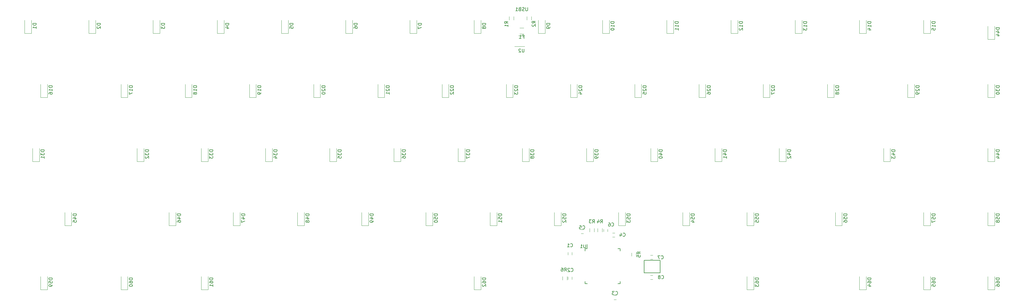
<source format=gbo>
%TF.GenerationSoftware,KiCad,Pcbnew,(5.1.8)-1*%
%TF.CreationDate,2020-12-06T22:59:07+09:00*%
%TF.ProjectId,Kyuu,4b797575-2e6b-4696-9361-645f70636258,rev?*%
%TF.SameCoordinates,Original*%
%TF.FileFunction,Legend,Bot*%
%TF.FilePolarity,Positive*%
%FSLAX46Y46*%
G04 Gerber Fmt 4.6, Leading zero omitted, Abs format (unit mm)*
G04 Created by KiCad (PCBNEW (5.1.8)-1) date 2020-12-06 22:59:07*
%MOMM*%
%LPD*%
G01*
G04 APERTURE LIST*
%ADD10C,0.120000*%
%ADD11C,0.150000*%
%ADD12C,0.200000*%
G04 APERTURE END LIST*
D10*
%TO.C,U2*%
X234230800Y-113253200D02*
X231280800Y-113253200D01*
X232430800Y-110033200D02*
X234230800Y-110033200D01*
%TO.C,F1*%
X232779536Y-107736000D02*
X233983664Y-107736000D01*
X232779536Y-109556000D02*
X233983664Y-109556000D01*
%TO.C,D44*%
X373662500Y-111150000D02*
X373662500Y-107250000D01*
X371662500Y-111150000D02*
X371662500Y-107250000D01*
X373662500Y-111150000D02*
X371662500Y-111150000D01*
%TO.C,C1*%
X247106250Y-174506250D02*
X247106250Y-175206250D01*
X248306250Y-175206250D02*
X248306250Y-174506250D01*
%TO.C,C2*%
X248306250Y-182506250D02*
X248306250Y-181806250D01*
X247106250Y-181806250D02*
X247106250Y-182506250D01*
%TO.C,C3*%
X260706250Y-188506250D02*
X261406250Y-188506250D01*
X261406250Y-187306250D02*
X260706250Y-187306250D01*
%TO.C,C4*%
X260306250Y-169906250D02*
X261006250Y-169906250D01*
X261006250Y-168706250D02*
X260306250Y-168706250D01*
%TO.C,C5*%
X251706250Y-167706250D02*
X251006250Y-167706250D01*
X251006250Y-168906250D02*
X251706250Y-168906250D01*
%TO.C,C6*%
X257706250Y-167606250D02*
X257706250Y-168306250D01*
X258906250Y-168306250D02*
X258906250Y-167606250D01*
%TO.C,C7*%
X272256250Y-175306250D02*
X271556250Y-175306250D01*
X271556250Y-176506250D02*
X272256250Y-176506250D01*
%TO.C,C8*%
X271556250Y-182506250D02*
X272256250Y-182506250D01*
X272256250Y-181306250D02*
X271556250Y-181306250D01*
%TO.C,R1*%
X229676250Y-104406250D02*
X229676250Y-105406250D01*
X231036250Y-105406250D02*
X231036250Y-104406250D01*
%TO.C,R2*%
X234936800Y-104386800D02*
X234936800Y-105386800D01*
X236296800Y-105386800D02*
X236296800Y-104386800D01*
%TO.C,R3*%
X253520000Y-167400000D02*
X253520000Y-168400000D01*
X254880000Y-168400000D02*
X254880000Y-167400000D01*
%TO.C,R4*%
X255920000Y-167400000D02*
X255920000Y-168400000D01*
X257280000Y-168400000D02*
X257280000Y-167400000D01*
%TO.C,R5*%
X267380000Y-175612500D02*
X267380000Y-174612500D01*
X266020000Y-174612500D02*
X266020000Y-175612500D01*
%TO.C,R6*%
X245520000Y-181700000D02*
X245520000Y-182700000D01*
X246880000Y-182700000D02*
X246880000Y-181700000D01*
D11*
%TO.C,U1*%
X252800000Y-173418750D02*
X252800000Y-172143750D01*
X252225000Y-183768750D02*
X252225000Y-183093750D01*
X262575000Y-183768750D02*
X262575000Y-183093750D01*
X262575000Y-173418750D02*
X262575000Y-174093750D01*
X252225000Y-173418750D02*
X252225000Y-174093750D01*
X262575000Y-173418750D02*
X261900000Y-173418750D01*
X262575000Y-183768750D02*
X261900000Y-183768750D01*
X252225000Y-183768750D02*
X252900000Y-183768750D01*
X252225000Y-173418750D02*
X252800000Y-173418750D01*
D12*
%TO.C,X1*%
X274481250Y-176831250D02*
X269731250Y-176831250D01*
X274481250Y-180581250D02*
X274481250Y-176831250D01*
X269731250Y-180581250D02*
X274481250Y-180581250D01*
X269731250Y-176831250D02*
X269731250Y-180581250D01*
D10*
%TO.C,D1*%
X87915698Y-109406340D02*
X87915698Y-105506340D01*
X85915698Y-109406340D02*
X85915698Y-105506340D01*
X87915698Y-109406340D02*
X85915698Y-109406340D01*
%TO.C,D2*%
X106965714Y-109406340D02*
X106965714Y-105506340D01*
X104965714Y-109406340D02*
X104965714Y-105506340D01*
X106965714Y-109406340D02*
X104965714Y-109406340D01*
%TO.C,D3*%
X126015625Y-109406250D02*
X126015625Y-105506250D01*
X124015625Y-109406250D02*
X124015625Y-105506250D01*
X126015625Y-109406250D02*
X124015625Y-109406250D01*
%TO.C,D4*%
X145065625Y-109406250D02*
X145065625Y-105506250D01*
X143065625Y-109406250D02*
X143065625Y-105506250D01*
X145065625Y-109406250D02*
X143065625Y-109406250D01*
%TO.C,D5*%
X164115625Y-109406250D02*
X164115625Y-105506250D01*
X162115625Y-109406250D02*
X162115625Y-105506250D01*
X164115625Y-109406250D02*
X162115625Y-109406250D01*
%TO.C,D6*%
X183165625Y-109406250D02*
X183165625Y-105506250D01*
X181165625Y-109406250D02*
X181165625Y-105506250D01*
X183165625Y-109406250D02*
X181165625Y-109406250D01*
%TO.C,D7*%
X202215625Y-109406250D02*
X202215625Y-105506250D01*
X200215625Y-109406250D02*
X200215625Y-105506250D01*
X202215625Y-109406250D02*
X200215625Y-109406250D01*
%TO.C,D8*%
X221265625Y-109406250D02*
X221265625Y-105506250D01*
X219265625Y-109406250D02*
X219265625Y-105506250D01*
X221265625Y-109406250D02*
X219265625Y-109406250D01*
%TO.C,D9*%
X240315625Y-109406250D02*
X240315625Y-105506250D01*
X238315625Y-109406250D02*
X238315625Y-105506250D01*
X240315625Y-109406250D02*
X238315625Y-109406250D01*
%TO.C,D10*%
X259365625Y-109406250D02*
X259365625Y-105506250D01*
X257365625Y-109406250D02*
X257365625Y-105506250D01*
X259365625Y-109406250D02*
X257365625Y-109406250D01*
%TO.C,D11*%
X278415625Y-109406250D02*
X278415625Y-105506250D01*
X276415625Y-109406250D02*
X276415625Y-105506250D01*
X278415625Y-109406250D02*
X276415625Y-109406250D01*
%TO.C,D12*%
X297465625Y-109406250D02*
X297465625Y-105506250D01*
X295465625Y-109406250D02*
X295465625Y-105506250D01*
X297465625Y-109406250D02*
X295465625Y-109406250D01*
%TO.C,D13*%
X316515625Y-109406250D02*
X316515625Y-105506250D01*
X314515625Y-109406250D02*
X314515625Y-105506250D01*
X316515625Y-109406250D02*
X314515625Y-109406250D01*
%TO.C,D14*%
X335565625Y-109406250D02*
X335565625Y-105506250D01*
X333565625Y-109406250D02*
X333565625Y-105506250D01*
X335565625Y-109406250D02*
X333565625Y-109406250D01*
%TO.C,D15*%
X354615625Y-109406250D02*
X354615625Y-105506250D01*
X352615625Y-109406250D02*
X352615625Y-105506250D01*
X354615625Y-109406250D02*
X352615625Y-109406250D01*
%TO.C,D16*%
X92678125Y-128456250D02*
X92678125Y-124556250D01*
X90678125Y-128456250D02*
X90678125Y-124556250D01*
X92678125Y-128456250D02*
X90678125Y-128456250D01*
%TO.C,D17*%
X116490625Y-128456250D02*
X116490625Y-124556250D01*
X114490625Y-128456250D02*
X114490625Y-124556250D01*
X116490625Y-128456250D02*
X114490625Y-128456250D01*
%TO.C,D18*%
X135540625Y-128456250D02*
X135540625Y-124556250D01*
X133540625Y-128456250D02*
X133540625Y-124556250D01*
X135540625Y-128456250D02*
X133540625Y-128456250D01*
%TO.C,D19*%
X154590625Y-128456250D02*
X154590625Y-124556250D01*
X152590625Y-128456250D02*
X152590625Y-124556250D01*
X154590625Y-128456250D02*
X152590625Y-128456250D01*
%TO.C,D20*%
X173640625Y-128456250D02*
X173640625Y-124556250D01*
X171640625Y-128456250D02*
X171640625Y-124556250D01*
X173640625Y-128456250D02*
X171640625Y-128456250D01*
%TO.C,D21*%
X192690625Y-128456250D02*
X192690625Y-124556250D01*
X190690625Y-128456250D02*
X190690625Y-124556250D01*
X192690625Y-128456250D02*
X190690625Y-128456250D01*
%TO.C,D22*%
X211740625Y-128456250D02*
X211740625Y-124556250D01*
X209740625Y-128456250D02*
X209740625Y-124556250D01*
X211740625Y-128456250D02*
X209740625Y-128456250D01*
%TO.C,D23*%
X230790625Y-128456250D02*
X230790625Y-124556250D01*
X228790625Y-128456250D02*
X228790625Y-124556250D01*
X230790625Y-128456250D02*
X228790625Y-128456250D01*
%TO.C,D24*%
X249840625Y-128456250D02*
X249840625Y-124556250D01*
X247840625Y-128456250D02*
X247840625Y-124556250D01*
X249840625Y-128456250D02*
X247840625Y-128456250D01*
%TO.C,D25*%
X268890625Y-128456250D02*
X268890625Y-124556250D01*
X266890625Y-128456250D02*
X266890625Y-124556250D01*
X268890625Y-128456250D02*
X266890625Y-128456250D01*
%TO.C,D26*%
X287940625Y-128456250D02*
X287940625Y-124556250D01*
X285940625Y-128456250D02*
X285940625Y-124556250D01*
X287940625Y-128456250D02*
X285940625Y-128456250D01*
%TO.C,D27*%
X306990625Y-128456250D02*
X306990625Y-124556250D01*
X304990625Y-128456250D02*
X304990625Y-124556250D01*
X306990625Y-128456250D02*
X304990625Y-128456250D01*
%TO.C,D28*%
X326040625Y-128456250D02*
X326040625Y-124556250D01*
X324040625Y-128456250D02*
X324040625Y-124556250D01*
X326040625Y-128456250D02*
X324040625Y-128456250D01*
%TO.C,D29*%
X349853125Y-128456250D02*
X349853125Y-124556250D01*
X347853125Y-128456250D02*
X347853125Y-124556250D01*
X349853125Y-128456250D02*
X347853125Y-128456250D01*
%TO.C,D30*%
X373665625Y-128456250D02*
X373665625Y-124556250D01*
X371665625Y-128456250D02*
X371665625Y-124556250D01*
X373665625Y-128456250D02*
X371665625Y-128456250D01*
%TO.C,D31*%
X90296875Y-147506250D02*
X90296875Y-143606250D01*
X88296875Y-147506250D02*
X88296875Y-143606250D01*
X90296875Y-147506250D02*
X88296875Y-147506250D01*
%TO.C,D32*%
X121253125Y-147506250D02*
X121253125Y-143606250D01*
X119253125Y-147506250D02*
X119253125Y-143606250D01*
X121253125Y-147506250D02*
X119253125Y-147506250D01*
%TO.C,D33*%
X140303125Y-147506250D02*
X140303125Y-143606250D01*
X138303125Y-147506250D02*
X138303125Y-143606250D01*
X140303125Y-147506250D02*
X138303125Y-147506250D01*
%TO.C,D34*%
X159353125Y-147506250D02*
X159353125Y-143606250D01*
X157353125Y-147506250D02*
X157353125Y-143606250D01*
X159353125Y-147506250D02*
X157353125Y-147506250D01*
%TO.C,D35*%
X178403125Y-147506250D02*
X178403125Y-143606250D01*
X176403125Y-147506250D02*
X176403125Y-143606250D01*
X178403125Y-147506250D02*
X176403125Y-147506250D01*
%TO.C,D36*%
X197453125Y-147506250D02*
X197453125Y-143606250D01*
X195453125Y-147506250D02*
X195453125Y-143606250D01*
X197453125Y-147506250D02*
X195453125Y-147506250D01*
%TO.C,D37*%
X216503125Y-147506250D02*
X216503125Y-143606250D01*
X214503125Y-147506250D02*
X214503125Y-143606250D01*
X216503125Y-147506250D02*
X214503125Y-147506250D01*
%TO.C,D38*%
X235553125Y-147506250D02*
X235553125Y-143606250D01*
X233553125Y-147506250D02*
X233553125Y-143606250D01*
X235553125Y-147506250D02*
X233553125Y-147506250D01*
%TO.C,D39*%
X254603125Y-147506250D02*
X254603125Y-143606250D01*
X252603125Y-147506250D02*
X252603125Y-143606250D01*
X254603125Y-147506250D02*
X252603125Y-147506250D01*
%TO.C,D40*%
X273653125Y-147506250D02*
X273653125Y-143606250D01*
X271653125Y-147506250D02*
X271653125Y-143606250D01*
X273653125Y-147506250D02*
X271653125Y-147506250D01*
%TO.C,D41*%
X292703125Y-147506250D02*
X292703125Y-143606250D01*
X290703125Y-147506250D02*
X290703125Y-143606250D01*
X292703125Y-147506250D02*
X290703125Y-147506250D01*
%TO.C,D42*%
X311753125Y-147506250D02*
X311753125Y-143606250D01*
X309753125Y-147506250D02*
X309753125Y-143606250D01*
X311753125Y-147506250D02*
X309753125Y-147506250D01*
%TO.C,D43*%
X342709375Y-147506250D02*
X342709375Y-143606250D01*
X340709375Y-147506250D02*
X340709375Y-143606250D01*
X342709375Y-147506250D02*
X340709375Y-147506250D01*
%TO.C,D44*%
X373665625Y-147506250D02*
X373665625Y-143606250D01*
X371665625Y-147506250D02*
X371665625Y-143606250D01*
X373665625Y-147506250D02*
X371665625Y-147506250D01*
%TO.C,D45*%
X99821875Y-166556250D02*
X99821875Y-162656250D01*
X97821875Y-166556250D02*
X97821875Y-162656250D01*
X99821875Y-166556250D02*
X97821875Y-166556250D01*
%TO.C,D46*%
X130778125Y-166556250D02*
X130778125Y-162656250D01*
X128778125Y-166556250D02*
X128778125Y-162656250D01*
X130778125Y-166556250D02*
X128778125Y-166556250D01*
%TO.C,D47*%
X149828125Y-166556250D02*
X149828125Y-162656250D01*
X147828125Y-166556250D02*
X147828125Y-162656250D01*
X149828125Y-166556250D02*
X147828125Y-166556250D01*
%TO.C,D48*%
X168878125Y-166556250D02*
X168878125Y-162656250D01*
X166878125Y-166556250D02*
X166878125Y-162656250D01*
X168878125Y-166556250D02*
X166878125Y-166556250D01*
%TO.C,D49*%
X187928125Y-166556250D02*
X187928125Y-162656250D01*
X185928125Y-166556250D02*
X185928125Y-162656250D01*
X187928125Y-166556250D02*
X185928125Y-166556250D01*
%TO.C,D50*%
X206978125Y-166556250D02*
X206978125Y-162656250D01*
X204978125Y-166556250D02*
X204978125Y-162656250D01*
X206978125Y-166556250D02*
X204978125Y-166556250D01*
%TO.C,D51*%
X226028125Y-166556250D02*
X226028125Y-162656250D01*
X224028125Y-166556250D02*
X224028125Y-162656250D01*
X226028125Y-166556250D02*
X224028125Y-166556250D01*
%TO.C,D52*%
X245078125Y-166556250D02*
X245078125Y-162656250D01*
X243078125Y-166556250D02*
X243078125Y-162656250D01*
X245078125Y-166556250D02*
X243078125Y-166556250D01*
%TO.C,D53*%
X264128125Y-166556250D02*
X264128125Y-162656250D01*
X262128125Y-166556250D02*
X262128125Y-162656250D01*
X264128125Y-166556250D02*
X262128125Y-166556250D01*
%TO.C,D54*%
X283178125Y-166556250D02*
X283178125Y-162656250D01*
X281178125Y-166556250D02*
X281178125Y-162656250D01*
X283178125Y-166556250D02*
X281178125Y-166556250D01*
%TO.C,D55*%
X302228125Y-166556250D02*
X302228125Y-162656250D01*
X300228125Y-166556250D02*
X300228125Y-162656250D01*
X302228125Y-166556250D02*
X300228125Y-166556250D01*
%TO.C,D56*%
X328421875Y-166556250D02*
X328421875Y-162656250D01*
X326421875Y-166556250D02*
X326421875Y-162656250D01*
X328421875Y-166556250D02*
X326421875Y-166556250D01*
%TO.C,D57*%
X354615625Y-166556250D02*
X354615625Y-162656250D01*
X352615625Y-166556250D02*
X352615625Y-162656250D01*
X354615625Y-166556250D02*
X352615625Y-166556250D01*
%TO.C,D58*%
X373665625Y-166556250D02*
X373665625Y-162656250D01*
X371665625Y-166556250D02*
X371665625Y-162656250D01*
X373665625Y-166556250D02*
X371665625Y-166556250D01*
%TO.C,D59*%
X92678125Y-185606250D02*
X92678125Y-181706250D01*
X90678125Y-185606250D02*
X90678125Y-181706250D01*
X92678125Y-185606250D02*
X90678125Y-185606250D01*
%TO.C,D60*%
X116490625Y-185606250D02*
X116490625Y-181706250D01*
X114490625Y-185606250D02*
X114490625Y-181706250D01*
X116490625Y-185606250D02*
X114490625Y-185606250D01*
%TO.C,D61*%
X140303125Y-185606250D02*
X140303125Y-181706250D01*
X138303125Y-185606250D02*
X138303125Y-181706250D01*
X140303125Y-185606250D02*
X138303125Y-185606250D01*
%TO.C,D62*%
X221265625Y-185606250D02*
X221265625Y-181706250D01*
X219265625Y-185606250D02*
X219265625Y-181706250D01*
X221265625Y-185606250D02*
X219265625Y-185606250D01*
%TO.C,D63*%
X302228125Y-185606250D02*
X302228125Y-181706250D01*
X300228125Y-185606250D02*
X300228125Y-181706250D01*
X302228125Y-185606250D02*
X300228125Y-185606250D01*
%TO.C,D64*%
X335565625Y-185606250D02*
X335565625Y-181706250D01*
X333565625Y-185606250D02*
X333565625Y-181706250D01*
X335565625Y-185606250D02*
X333565625Y-185606250D01*
%TO.C,D65*%
X354615625Y-185606250D02*
X354615625Y-181706250D01*
X352615625Y-185606250D02*
X352615625Y-181706250D01*
X354615625Y-185606250D02*
X352615625Y-185606250D01*
%TO.C,D66*%
X373665625Y-185606250D02*
X373665625Y-181706250D01*
X371665625Y-185606250D02*
X371665625Y-181706250D01*
X373665625Y-185606250D02*
X371665625Y-185606250D01*
%TO.C,USB1*%
D11*
X235138095Y-101707380D02*
X235138095Y-102516904D01*
X235090476Y-102612142D01*
X235042857Y-102659761D01*
X234947619Y-102707380D01*
X234757142Y-102707380D01*
X234661904Y-102659761D01*
X234614285Y-102612142D01*
X234566666Y-102516904D01*
X234566666Y-101707380D01*
X234138095Y-102659761D02*
X233995238Y-102707380D01*
X233757142Y-102707380D01*
X233661904Y-102659761D01*
X233614285Y-102612142D01*
X233566666Y-102516904D01*
X233566666Y-102421666D01*
X233614285Y-102326428D01*
X233661904Y-102278809D01*
X233757142Y-102231190D01*
X233947619Y-102183571D01*
X234042857Y-102135952D01*
X234090476Y-102088333D01*
X234138095Y-101993095D01*
X234138095Y-101897857D01*
X234090476Y-101802619D01*
X234042857Y-101755000D01*
X233947619Y-101707380D01*
X233709523Y-101707380D01*
X233566666Y-101755000D01*
X232804761Y-102183571D02*
X232661904Y-102231190D01*
X232614285Y-102278809D01*
X232566666Y-102374047D01*
X232566666Y-102516904D01*
X232614285Y-102612142D01*
X232661904Y-102659761D01*
X232757142Y-102707380D01*
X233138095Y-102707380D01*
X233138095Y-101707380D01*
X232804761Y-101707380D01*
X232709523Y-101755000D01*
X232661904Y-101802619D01*
X232614285Y-101897857D01*
X232614285Y-101993095D01*
X232661904Y-102088333D01*
X232709523Y-102135952D01*
X232804761Y-102183571D01*
X233138095Y-102183571D01*
X231614285Y-102707380D02*
X232185714Y-102707380D01*
X231900000Y-102707380D02*
X231900000Y-101707380D01*
X231995238Y-101850238D01*
X232090476Y-101945476D01*
X232185714Y-101993095D01*
%TO.C,U2*%
X234092704Y-113995580D02*
X234092704Y-114805104D01*
X234045085Y-114900342D01*
X233997466Y-114947961D01*
X233902228Y-114995580D01*
X233711752Y-114995580D01*
X233616514Y-114947961D01*
X233568895Y-114900342D01*
X233521276Y-114805104D01*
X233521276Y-113995580D01*
X233092704Y-114090819D02*
X233045085Y-114043200D01*
X232949847Y-113995580D01*
X232711752Y-113995580D01*
X232616514Y-114043200D01*
X232568895Y-114090819D01*
X232521276Y-114186057D01*
X232521276Y-114281295D01*
X232568895Y-114424152D01*
X233140323Y-114995580D01*
X232521276Y-114995580D01*
%TO.C,F1*%
X233714933Y-110394571D02*
X234048266Y-110394571D01*
X234048266Y-110918380D02*
X234048266Y-109918380D01*
X233572076Y-109918380D01*
X232667314Y-110918380D02*
X233238742Y-110918380D01*
X232953028Y-110918380D02*
X232953028Y-109918380D01*
X233048266Y-110061238D01*
X233143504Y-110156476D01*
X233238742Y-110204095D01*
%TO.C,D44*%
X375114880Y-107685714D02*
X374114880Y-107685714D01*
X374114880Y-107923809D01*
X374162500Y-108066666D01*
X374257738Y-108161904D01*
X374352976Y-108209523D01*
X374543452Y-108257142D01*
X374686309Y-108257142D01*
X374876785Y-108209523D01*
X374972023Y-108161904D01*
X375067261Y-108066666D01*
X375114880Y-107923809D01*
X375114880Y-107685714D01*
X374448214Y-109114285D02*
X375114880Y-109114285D01*
X374067261Y-108876190D02*
X374781547Y-108638095D01*
X374781547Y-109257142D01*
X374448214Y-110066666D02*
X375114880Y-110066666D01*
X374067261Y-109828571D02*
X374781547Y-109590476D01*
X374781547Y-110209523D01*
%TO.C,C1*%
X247872916Y-172763392D02*
X247920535Y-172811011D01*
X248063392Y-172858630D01*
X248158630Y-172858630D01*
X248301488Y-172811011D01*
X248396726Y-172715773D01*
X248444345Y-172620535D01*
X248491964Y-172430059D01*
X248491964Y-172287202D01*
X248444345Y-172096726D01*
X248396726Y-172001488D01*
X248301488Y-171906250D01*
X248158630Y-171858630D01*
X248063392Y-171858630D01*
X247920535Y-171906250D01*
X247872916Y-171953869D01*
X246920535Y-172858630D02*
X247491964Y-172858630D01*
X247206250Y-172858630D02*
X247206250Y-171858630D01*
X247301488Y-172001488D01*
X247396726Y-172096726D01*
X247491964Y-172144345D01*
%TO.C,C2*%
X248016666Y-180107142D02*
X248064285Y-180154761D01*
X248207142Y-180202380D01*
X248302380Y-180202380D01*
X248445238Y-180154761D01*
X248540476Y-180059523D01*
X248588095Y-179964285D01*
X248635714Y-179773809D01*
X248635714Y-179630952D01*
X248588095Y-179440476D01*
X248540476Y-179345238D01*
X248445238Y-179250000D01*
X248302380Y-179202380D01*
X248207142Y-179202380D01*
X248064285Y-179250000D01*
X248016666Y-179297619D01*
X247635714Y-179297619D02*
X247588095Y-179250000D01*
X247492857Y-179202380D01*
X247254761Y-179202380D01*
X247159523Y-179250000D01*
X247111904Y-179297619D01*
X247064285Y-179392857D01*
X247064285Y-179488095D01*
X247111904Y-179630952D01*
X247683333Y-180202380D01*
X247064285Y-180202380D01*
%TO.C,C3*%
X261222916Y-187013392D02*
X261270535Y-187061011D01*
X261413392Y-187108630D01*
X261508630Y-187108630D01*
X261651488Y-187061011D01*
X261746726Y-186965773D01*
X261794345Y-186870535D01*
X261841964Y-186680059D01*
X261841964Y-186537202D01*
X261794345Y-186346726D01*
X261746726Y-186251488D01*
X261651488Y-186156250D01*
X261508630Y-186108630D01*
X261413392Y-186108630D01*
X261270535Y-186156250D01*
X261222916Y-186203869D01*
X260889583Y-186108630D02*
X260270535Y-186108630D01*
X260603869Y-186489583D01*
X260461011Y-186489583D01*
X260365773Y-186537202D01*
X260318154Y-186584821D01*
X260270535Y-186680059D01*
X260270535Y-186918154D01*
X260318154Y-187013392D01*
X260365773Y-187061011D01*
X260461011Y-187108630D01*
X260746726Y-187108630D01*
X260841964Y-187061011D01*
X260889583Y-187013392D01*
%TO.C,C4*%
X263472916Y-169663392D02*
X263520535Y-169711011D01*
X263663392Y-169758630D01*
X263758630Y-169758630D01*
X263901488Y-169711011D01*
X263996726Y-169615773D01*
X264044345Y-169520535D01*
X264091964Y-169330059D01*
X264091964Y-169187202D01*
X264044345Y-168996726D01*
X263996726Y-168901488D01*
X263901488Y-168806250D01*
X263758630Y-168758630D01*
X263663392Y-168758630D01*
X263520535Y-168806250D01*
X263472916Y-168853869D01*
X262615773Y-169091964D02*
X262615773Y-169758630D01*
X262853869Y-168711011D02*
X263091964Y-169425297D01*
X262472916Y-169425297D01*
%TO.C,C5*%
X251472916Y-167463392D02*
X251520535Y-167511011D01*
X251663392Y-167558630D01*
X251758630Y-167558630D01*
X251901488Y-167511011D01*
X251996726Y-167415773D01*
X252044345Y-167320535D01*
X252091964Y-167130059D01*
X252091964Y-166987202D01*
X252044345Y-166796726D01*
X251996726Y-166701488D01*
X251901488Y-166606250D01*
X251758630Y-166558630D01*
X251663392Y-166558630D01*
X251520535Y-166606250D01*
X251472916Y-166653869D01*
X250568154Y-166558630D02*
X251044345Y-166558630D01*
X251091964Y-167034821D01*
X251044345Y-166987202D01*
X250949107Y-166939583D01*
X250711011Y-166939583D01*
X250615773Y-166987202D01*
X250568154Y-167034821D01*
X250520535Y-167130059D01*
X250520535Y-167368154D01*
X250568154Y-167463392D01*
X250615773Y-167511011D01*
X250711011Y-167558630D01*
X250949107Y-167558630D01*
X251044345Y-167511011D01*
X251091964Y-167463392D01*
%TO.C,C6*%
X260066666Y-166607142D02*
X260114285Y-166654761D01*
X260257142Y-166702380D01*
X260352380Y-166702380D01*
X260495238Y-166654761D01*
X260590476Y-166559523D01*
X260638095Y-166464285D01*
X260685714Y-166273809D01*
X260685714Y-166130952D01*
X260638095Y-165940476D01*
X260590476Y-165845238D01*
X260495238Y-165750000D01*
X260352380Y-165702380D01*
X260257142Y-165702380D01*
X260114285Y-165750000D01*
X260066666Y-165797619D01*
X259209523Y-165702380D02*
X259400000Y-165702380D01*
X259495238Y-165750000D01*
X259542857Y-165797619D01*
X259638095Y-165940476D01*
X259685714Y-166130952D01*
X259685714Y-166511904D01*
X259638095Y-166607142D01*
X259590476Y-166654761D01*
X259495238Y-166702380D01*
X259304761Y-166702380D01*
X259209523Y-166654761D01*
X259161904Y-166607142D01*
X259114285Y-166511904D01*
X259114285Y-166273809D01*
X259161904Y-166178571D01*
X259209523Y-166130952D01*
X259304761Y-166083333D01*
X259495238Y-166083333D01*
X259590476Y-166130952D01*
X259638095Y-166178571D01*
X259685714Y-166273809D01*
%TO.C,C7*%
X274772916Y-176363392D02*
X274820535Y-176411011D01*
X274963392Y-176458630D01*
X275058630Y-176458630D01*
X275201488Y-176411011D01*
X275296726Y-176315773D01*
X275344345Y-176220535D01*
X275391964Y-176030059D01*
X275391964Y-175887202D01*
X275344345Y-175696726D01*
X275296726Y-175601488D01*
X275201488Y-175506250D01*
X275058630Y-175458630D01*
X274963392Y-175458630D01*
X274820535Y-175506250D01*
X274772916Y-175553869D01*
X274439583Y-175458630D02*
X273772916Y-175458630D01*
X274201488Y-176458630D01*
%TO.C,C8*%
X274872916Y-182263392D02*
X274920535Y-182311011D01*
X275063392Y-182358630D01*
X275158630Y-182358630D01*
X275301488Y-182311011D01*
X275396726Y-182215773D01*
X275444345Y-182120535D01*
X275491964Y-181930059D01*
X275491964Y-181787202D01*
X275444345Y-181596726D01*
X275396726Y-181501488D01*
X275301488Y-181406250D01*
X275158630Y-181358630D01*
X275063392Y-181358630D01*
X274920535Y-181406250D01*
X274872916Y-181453869D01*
X274301488Y-181787202D02*
X274396726Y-181739583D01*
X274444345Y-181691964D01*
X274491964Y-181596726D01*
X274491964Y-181549107D01*
X274444345Y-181453869D01*
X274396726Y-181406250D01*
X274301488Y-181358630D01*
X274111011Y-181358630D01*
X274015773Y-181406250D01*
X273968154Y-181453869D01*
X273920535Y-181549107D01*
X273920535Y-181596726D01*
X273968154Y-181691964D01*
X274015773Y-181739583D01*
X274111011Y-181787202D01*
X274301488Y-181787202D01*
X274396726Y-181834821D01*
X274444345Y-181882440D01*
X274491964Y-181977678D01*
X274491964Y-182168154D01*
X274444345Y-182263392D01*
X274396726Y-182311011D01*
X274301488Y-182358630D01*
X274111011Y-182358630D01*
X274015773Y-182311011D01*
X273968154Y-182263392D01*
X273920535Y-182168154D01*
X273920535Y-181977678D01*
X273968154Y-181882440D01*
X274015773Y-181834821D01*
X274111011Y-181787202D01*
%TO.C,R1*%
X229302380Y-106433333D02*
X228826190Y-106100000D01*
X229302380Y-105861904D02*
X228302380Y-105861904D01*
X228302380Y-106242857D01*
X228350000Y-106338095D01*
X228397619Y-106385714D01*
X228492857Y-106433333D01*
X228635714Y-106433333D01*
X228730952Y-106385714D01*
X228778571Y-106338095D01*
X228826190Y-106242857D01*
X228826190Y-105861904D01*
X229302380Y-107385714D02*
X229302380Y-106814285D01*
X229302380Y-107100000D02*
X228302380Y-107100000D01*
X228445238Y-107004761D01*
X228540476Y-106909523D01*
X228588095Y-106814285D01*
%TO.C,R2*%
X237462930Y-106363883D02*
X236986740Y-106030550D01*
X237462930Y-105792454D02*
X236462930Y-105792454D01*
X236462930Y-106173407D01*
X236510550Y-106268645D01*
X236558169Y-106316264D01*
X236653407Y-106363883D01*
X236796264Y-106363883D01*
X236891502Y-106316264D01*
X236939121Y-106268645D01*
X236986740Y-106173407D01*
X236986740Y-105792454D01*
X236558169Y-106744835D02*
X236510550Y-106792454D01*
X236462930Y-106887692D01*
X236462930Y-107125788D01*
X236510550Y-107221026D01*
X236558169Y-107268645D01*
X236653407Y-107316264D01*
X236748645Y-107316264D01*
X236891502Y-107268645D01*
X237462930Y-106697216D01*
X237462930Y-107316264D01*
%TO.C,R3*%
X254372916Y-165758630D02*
X254706250Y-165282440D01*
X254944345Y-165758630D02*
X254944345Y-164758630D01*
X254563392Y-164758630D01*
X254468154Y-164806250D01*
X254420535Y-164853869D01*
X254372916Y-164949107D01*
X254372916Y-165091964D01*
X254420535Y-165187202D01*
X254468154Y-165234821D01*
X254563392Y-165282440D01*
X254944345Y-165282440D01*
X254039583Y-164758630D02*
X253420535Y-164758630D01*
X253753869Y-165139583D01*
X253611011Y-165139583D01*
X253515773Y-165187202D01*
X253468154Y-165234821D01*
X253420535Y-165330059D01*
X253420535Y-165568154D01*
X253468154Y-165663392D01*
X253515773Y-165711011D01*
X253611011Y-165758630D01*
X253896726Y-165758630D01*
X253991964Y-165711011D01*
X254039583Y-165663392D01*
%TO.C,R4*%
X256772916Y-165758630D02*
X257106250Y-165282440D01*
X257344345Y-165758630D02*
X257344345Y-164758630D01*
X256963392Y-164758630D01*
X256868154Y-164806250D01*
X256820535Y-164853869D01*
X256772916Y-164949107D01*
X256772916Y-165091964D01*
X256820535Y-165187202D01*
X256868154Y-165234821D01*
X256963392Y-165282440D01*
X257344345Y-165282440D01*
X255915773Y-165091964D02*
X255915773Y-165758630D01*
X256153869Y-164711011D02*
X256391964Y-165425297D01*
X255772916Y-165425297D01*
%TO.C,R5*%
X268602380Y-174945833D02*
X268126190Y-174612500D01*
X268602380Y-174374404D02*
X267602380Y-174374404D01*
X267602380Y-174755357D01*
X267650000Y-174850595D01*
X267697619Y-174898214D01*
X267792857Y-174945833D01*
X267935714Y-174945833D01*
X268030952Y-174898214D01*
X268078571Y-174850595D01*
X268126190Y-174755357D01*
X268126190Y-174374404D01*
X267602380Y-175850595D02*
X267602380Y-175374404D01*
X268078571Y-175326785D01*
X268030952Y-175374404D01*
X267983333Y-175469642D01*
X267983333Y-175707738D01*
X268030952Y-175802976D01*
X268078571Y-175850595D01*
X268173809Y-175898214D01*
X268411904Y-175898214D01*
X268507142Y-175850595D01*
X268554761Y-175802976D01*
X268602380Y-175707738D01*
X268602380Y-175469642D01*
X268554761Y-175374404D01*
X268507142Y-175326785D01*
%TO.C,R6*%
X246016666Y-180102380D02*
X246350000Y-179626190D01*
X246588095Y-180102380D02*
X246588095Y-179102380D01*
X246207142Y-179102380D01*
X246111904Y-179150000D01*
X246064285Y-179197619D01*
X246016666Y-179292857D01*
X246016666Y-179435714D01*
X246064285Y-179530952D01*
X246111904Y-179578571D01*
X246207142Y-179626190D01*
X246588095Y-179626190D01*
X245159523Y-179102380D02*
X245350000Y-179102380D01*
X245445238Y-179150000D01*
X245492857Y-179197619D01*
X245588095Y-179340476D01*
X245635714Y-179530952D01*
X245635714Y-179911904D01*
X245588095Y-180007142D01*
X245540476Y-180054761D01*
X245445238Y-180102380D01*
X245254761Y-180102380D01*
X245159523Y-180054761D01*
X245111904Y-180007142D01*
X245064285Y-179911904D01*
X245064285Y-179673809D01*
X245111904Y-179578571D01*
X245159523Y-179530952D01*
X245254761Y-179483333D01*
X245445238Y-179483333D01*
X245540476Y-179530952D01*
X245588095Y-179578571D01*
X245635714Y-179673809D01*
%TO.C,U1*%
X252368154Y-172158630D02*
X252368154Y-172968154D01*
X252320535Y-173063392D01*
X252272916Y-173111011D01*
X252177678Y-173158630D01*
X251987202Y-173158630D01*
X251891964Y-173111011D01*
X251844345Y-173063392D01*
X251796726Y-172968154D01*
X251796726Y-172158630D01*
X250796726Y-173158630D02*
X251368154Y-173158630D01*
X251082440Y-173158630D02*
X251082440Y-172158630D01*
X251177678Y-172301488D01*
X251272916Y-172396726D01*
X251368154Y-172444345D01*
%TO.C,D1*%
X89368078Y-106418244D02*
X88368078Y-106418244D01*
X88368078Y-106656340D01*
X88415698Y-106799197D01*
X88510936Y-106894435D01*
X88606174Y-106942054D01*
X88796650Y-106989673D01*
X88939507Y-106989673D01*
X89129983Y-106942054D01*
X89225221Y-106894435D01*
X89320459Y-106799197D01*
X89368078Y-106656340D01*
X89368078Y-106418244D01*
X89368078Y-107942054D02*
X89368078Y-107370625D01*
X89368078Y-107656340D02*
X88368078Y-107656340D01*
X88510936Y-107561101D01*
X88606174Y-107465863D01*
X88653793Y-107370625D01*
%TO.C,D2*%
X108418094Y-106418244D02*
X107418094Y-106418244D01*
X107418094Y-106656340D01*
X107465714Y-106799197D01*
X107560952Y-106894435D01*
X107656190Y-106942054D01*
X107846666Y-106989673D01*
X107989523Y-106989673D01*
X108179999Y-106942054D01*
X108275237Y-106894435D01*
X108370475Y-106799197D01*
X108418094Y-106656340D01*
X108418094Y-106418244D01*
X107513333Y-107370625D02*
X107465714Y-107418244D01*
X107418094Y-107513482D01*
X107418094Y-107751578D01*
X107465714Y-107846816D01*
X107513333Y-107894435D01*
X107608571Y-107942054D01*
X107703809Y-107942054D01*
X107846666Y-107894435D01*
X108418094Y-107323006D01*
X108418094Y-107942054D01*
%TO.C,D3*%
X127468005Y-106418154D02*
X126468005Y-106418154D01*
X126468005Y-106656250D01*
X126515625Y-106799107D01*
X126610863Y-106894345D01*
X126706101Y-106941964D01*
X126896577Y-106989583D01*
X127039434Y-106989583D01*
X127229910Y-106941964D01*
X127325148Y-106894345D01*
X127420386Y-106799107D01*
X127468005Y-106656250D01*
X127468005Y-106418154D01*
X126468005Y-107322916D02*
X126468005Y-107941964D01*
X126848958Y-107608630D01*
X126848958Y-107751488D01*
X126896577Y-107846726D01*
X126944196Y-107894345D01*
X127039434Y-107941964D01*
X127277529Y-107941964D01*
X127372767Y-107894345D01*
X127420386Y-107846726D01*
X127468005Y-107751488D01*
X127468005Y-107465773D01*
X127420386Y-107370535D01*
X127372767Y-107322916D01*
%TO.C,D4*%
X146518005Y-106418154D02*
X145518005Y-106418154D01*
X145518005Y-106656250D01*
X145565625Y-106799107D01*
X145660863Y-106894345D01*
X145756101Y-106941964D01*
X145946577Y-106989583D01*
X146089434Y-106989583D01*
X146279910Y-106941964D01*
X146375148Y-106894345D01*
X146470386Y-106799107D01*
X146518005Y-106656250D01*
X146518005Y-106418154D01*
X145851339Y-107846726D02*
X146518005Y-107846726D01*
X145470386Y-107608630D02*
X146184672Y-107370535D01*
X146184672Y-107989583D01*
%TO.C,D5*%
X165568005Y-106418154D02*
X164568005Y-106418154D01*
X164568005Y-106656250D01*
X164615625Y-106799107D01*
X164710863Y-106894345D01*
X164806101Y-106941964D01*
X164996577Y-106989583D01*
X165139434Y-106989583D01*
X165329910Y-106941964D01*
X165425148Y-106894345D01*
X165520386Y-106799107D01*
X165568005Y-106656250D01*
X165568005Y-106418154D01*
X164568005Y-107894345D02*
X164568005Y-107418154D01*
X165044196Y-107370535D01*
X164996577Y-107418154D01*
X164948958Y-107513392D01*
X164948958Y-107751488D01*
X164996577Y-107846726D01*
X165044196Y-107894345D01*
X165139434Y-107941964D01*
X165377529Y-107941964D01*
X165472767Y-107894345D01*
X165520386Y-107846726D01*
X165568005Y-107751488D01*
X165568005Y-107513392D01*
X165520386Y-107418154D01*
X165472767Y-107370535D01*
%TO.C,D6*%
X184618005Y-106418154D02*
X183618005Y-106418154D01*
X183618005Y-106656250D01*
X183665625Y-106799107D01*
X183760863Y-106894345D01*
X183856101Y-106941964D01*
X184046577Y-106989583D01*
X184189434Y-106989583D01*
X184379910Y-106941964D01*
X184475148Y-106894345D01*
X184570386Y-106799107D01*
X184618005Y-106656250D01*
X184618005Y-106418154D01*
X183618005Y-107846726D02*
X183618005Y-107656250D01*
X183665625Y-107561011D01*
X183713244Y-107513392D01*
X183856101Y-107418154D01*
X184046577Y-107370535D01*
X184427529Y-107370535D01*
X184522767Y-107418154D01*
X184570386Y-107465773D01*
X184618005Y-107561011D01*
X184618005Y-107751488D01*
X184570386Y-107846726D01*
X184522767Y-107894345D01*
X184427529Y-107941964D01*
X184189434Y-107941964D01*
X184094196Y-107894345D01*
X184046577Y-107846726D01*
X183998958Y-107751488D01*
X183998958Y-107561011D01*
X184046577Y-107465773D01*
X184094196Y-107418154D01*
X184189434Y-107370535D01*
%TO.C,D7*%
X203668005Y-106418154D02*
X202668005Y-106418154D01*
X202668005Y-106656250D01*
X202715625Y-106799107D01*
X202810863Y-106894345D01*
X202906101Y-106941964D01*
X203096577Y-106989583D01*
X203239434Y-106989583D01*
X203429910Y-106941964D01*
X203525148Y-106894345D01*
X203620386Y-106799107D01*
X203668005Y-106656250D01*
X203668005Y-106418154D01*
X202668005Y-107322916D02*
X202668005Y-107989583D01*
X203668005Y-107561011D01*
%TO.C,D8*%
X222718005Y-106418154D02*
X221718005Y-106418154D01*
X221718005Y-106656250D01*
X221765625Y-106799107D01*
X221860863Y-106894345D01*
X221956101Y-106941964D01*
X222146577Y-106989583D01*
X222289434Y-106989583D01*
X222479910Y-106941964D01*
X222575148Y-106894345D01*
X222670386Y-106799107D01*
X222718005Y-106656250D01*
X222718005Y-106418154D01*
X222146577Y-107561011D02*
X222098958Y-107465773D01*
X222051339Y-107418154D01*
X221956101Y-107370535D01*
X221908482Y-107370535D01*
X221813244Y-107418154D01*
X221765625Y-107465773D01*
X221718005Y-107561011D01*
X221718005Y-107751488D01*
X221765625Y-107846726D01*
X221813244Y-107894345D01*
X221908482Y-107941964D01*
X221956101Y-107941964D01*
X222051339Y-107894345D01*
X222098958Y-107846726D01*
X222146577Y-107751488D01*
X222146577Y-107561011D01*
X222194196Y-107465773D01*
X222241815Y-107418154D01*
X222337053Y-107370535D01*
X222527529Y-107370535D01*
X222622767Y-107418154D01*
X222670386Y-107465773D01*
X222718005Y-107561011D01*
X222718005Y-107751488D01*
X222670386Y-107846726D01*
X222622767Y-107894345D01*
X222527529Y-107941964D01*
X222337053Y-107941964D01*
X222241815Y-107894345D01*
X222194196Y-107846726D01*
X222146577Y-107751488D01*
%TO.C,D9*%
X241768005Y-106418154D02*
X240768005Y-106418154D01*
X240768005Y-106656250D01*
X240815625Y-106799107D01*
X240910863Y-106894345D01*
X241006101Y-106941964D01*
X241196577Y-106989583D01*
X241339434Y-106989583D01*
X241529910Y-106941964D01*
X241625148Y-106894345D01*
X241720386Y-106799107D01*
X241768005Y-106656250D01*
X241768005Y-106418154D01*
X241768005Y-107465773D02*
X241768005Y-107656250D01*
X241720386Y-107751488D01*
X241672767Y-107799107D01*
X241529910Y-107894345D01*
X241339434Y-107941964D01*
X240958482Y-107941964D01*
X240863244Y-107894345D01*
X240815625Y-107846726D01*
X240768005Y-107751488D01*
X240768005Y-107561011D01*
X240815625Y-107465773D01*
X240863244Y-107418154D01*
X240958482Y-107370535D01*
X241196577Y-107370535D01*
X241291815Y-107418154D01*
X241339434Y-107465773D01*
X241387053Y-107561011D01*
X241387053Y-107751488D01*
X241339434Y-107846726D01*
X241291815Y-107894345D01*
X241196577Y-107941964D01*
%TO.C,D10*%
X260818005Y-105941964D02*
X259818005Y-105941964D01*
X259818005Y-106180059D01*
X259865625Y-106322916D01*
X259960863Y-106418154D01*
X260056101Y-106465773D01*
X260246577Y-106513392D01*
X260389434Y-106513392D01*
X260579910Y-106465773D01*
X260675148Y-106418154D01*
X260770386Y-106322916D01*
X260818005Y-106180059D01*
X260818005Y-105941964D01*
X260818005Y-107465773D02*
X260818005Y-106894345D01*
X260818005Y-107180059D02*
X259818005Y-107180059D01*
X259960863Y-107084821D01*
X260056101Y-106989583D01*
X260103720Y-106894345D01*
X259818005Y-108084821D02*
X259818005Y-108180059D01*
X259865625Y-108275297D01*
X259913244Y-108322916D01*
X260008482Y-108370535D01*
X260198958Y-108418154D01*
X260437053Y-108418154D01*
X260627529Y-108370535D01*
X260722767Y-108322916D01*
X260770386Y-108275297D01*
X260818005Y-108180059D01*
X260818005Y-108084821D01*
X260770386Y-107989583D01*
X260722767Y-107941964D01*
X260627529Y-107894345D01*
X260437053Y-107846726D01*
X260198958Y-107846726D01*
X260008482Y-107894345D01*
X259913244Y-107941964D01*
X259865625Y-107989583D01*
X259818005Y-108084821D01*
%TO.C,D11*%
X279868005Y-105941964D02*
X278868005Y-105941964D01*
X278868005Y-106180059D01*
X278915625Y-106322916D01*
X279010863Y-106418154D01*
X279106101Y-106465773D01*
X279296577Y-106513392D01*
X279439434Y-106513392D01*
X279629910Y-106465773D01*
X279725148Y-106418154D01*
X279820386Y-106322916D01*
X279868005Y-106180059D01*
X279868005Y-105941964D01*
X279868005Y-107465773D02*
X279868005Y-106894345D01*
X279868005Y-107180059D02*
X278868005Y-107180059D01*
X279010863Y-107084821D01*
X279106101Y-106989583D01*
X279153720Y-106894345D01*
X279868005Y-108418154D02*
X279868005Y-107846726D01*
X279868005Y-108132440D02*
X278868005Y-108132440D01*
X279010863Y-108037202D01*
X279106101Y-107941964D01*
X279153720Y-107846726D01*
%TO.C,D12*%
X298918005Y-105941964D02*
X297918005Y-105941964D01*
X297918005Y-106180059D01*
X297965625Y-106322916D01*
X298060863Y-106418154D01*
X298156101Y-106465773D01*
X298346577Y-106513392D01*
X298489434Y-106513392D01*
X298679910Y-106465773D01*
X298775148Y-106418154D01*
X298870386Y-106322916D01*
X298918005Y-106180059D01*
X298918005Y-105941964D01*
X298918005Y-107465773D02*
X298918005Y-106894345D01*
X298918005Y-107180059D02*
X297918005Y-107180059D01*
X298060863Y-107084821D01*
X298156101Y-106989583D01*
X298203720Y-106894345D01*
X298013244Y-107846726D02*
X297965625Y-107894345D01*
X297918005Y-107989583D01*
X297918005Y-108227678D01*
X297965625Y-108322916D01*
X298013244Y-108370535D01*
X298108482Y-108418154D01*
X298203720Y-108418154D01*
X298346577Y-108370535D01*
X298918005Y-107799107D01*
X298918005Y-108418154D01*
%TO.C,D13*%
X317968005Y-105941964D02*
X316968005Y-105941964D01*
X316968005Y-106180059D01*
X317015625Y-106322916D01*
X317110863Y-106418154D01*
X317206101Y-106465773D01*
X317396577Y-106513392D01*
X317539434Y-106513392D01*
X317729910Y-106465773D01*
X317825148Y-106418154D01*
X317920386Y-106322916D01*
X317968005Y-106180059D01*
X317968005Y-105941964D01*
X317968005Y-107465773D02*
X317968005Y-106894345D01*
X317968005Y-107180059D02*
X316968005Y-107180059D01*
X317110863Y-107084821D01*
X317206101Y-106989583D01*
X317253720Y-106894345D01*
X316968005Y-107799107D02*
X316968005Y-108418154D01*
X317348958Y-108084821D01*
X317348958Y-108227678D01*
X317396577Y-108322916D01*
X317444196Y-108370535D01*
X317539434Y-108418154D01*
X317777529Y-108418154D01*
X317872767Y-108370535D01*
X317920386Y-108322916D01*
X317968005Y-108227678D01*
X317968005Y-107941964D01*
X317920386Y-107846726D01*
X317872767Y-107799107D01*
%TO.C,D14*%
X337018005Y-105941964D02*
X336018005Y-105941964D01*
X336018005Y-106180059D01*
X336065625Y-106322916D01*
X336160863Y-106418154D01*
X336256101Y-106465773D01*
X336446577Y-106513392D01*
X336589434Y-106513392D01*
X336779910Y-106465773D01*
X336875148Y-106418154D01*
X336970386Y-106322916D01*
X337018005Y-106180059D01*
X337018005Y-105941964D01*
X337018005Y-107465773D02*
X337018005Y-106894345D01*
X337018005Y-107180059D02*
X336018005Y-107180059D01*
X336160863Y-107084821D01*
X336256101Y-106989583D01*
X336303720Y-106894345D01*
X336351339Y-108322916D02*
X337018005Y-108322916D01*
X335970386Y-108084821D02*
X336684672Y-107846726D01*
X336684672Y-108465773D01*
%TO.C,D15*%
X356068005Y-105941964D02*
X355068005Y-105941964D01*
X355068005Y-106180059D01*
X355115625Y-106322916D01*
X355210863Y-106418154D01*
X355306101Y-106465773D01*
X355496577Y-106513392D01*
X355639434Y-106513392D01*
X355829910Y-106465773D01*
X355925148Y-106418154D01*
X356020386Y-106322916D01*
X356068005Y-106180059D01*
X356068005Y-105941964D01*
X356068005Y-107465773D02*
X356068005Y-106894345D01*
X356068005Y-107180059D02*
X355068005Y-107180059D01*
X355210863Y-107084821D01*
X355306101Y-106989583D01*
X355353720Y-106894345D01*
X355068005Y-108370535D02*
X355068005Y-107894345D01*
X355544196Y-107846726D01*
X355496577Y-107894345D01*
X355448958Y-107989583D01*
X355448958Y-108227678D01*
X355496577Y-108322916D01*
X355544196Y-108370535D01*
X355639434Y-108418154D01*
X355877529Y-108418154D01*
X355972767Y-108370535D01*
X356020386Y-108322916D01*
X356068005Y-108227678D01*
X356068005Y-107989583D01*
X356020386Y-107894345D01*
X355972767Y-107846726D01*
%TO.C,D16*%
X94130505Y-124991964D02*
X93130505Y-124991964D01*
X93130505Y-125230059D01*
X93178125Y-125372916D01*
X93273363Y-125468154D01*
X93368601Y-125515773D01*
X93559077Y-125563392D01*
X93701934Y-125563392D01*
X93892410Y-125515773D01*
X93987648Y-125468154D01*
X94082886Y-125372916D01*
X94130505Y-125230059D01*
X94130505Y-124991964D01*
X94130505Y-126515773D02*
X94130505Y-125944345D01*
X94130505Y-126230059D02*
X93130505Y-126230059D01*
X93273363Y-126134821D01*
X93368601Y-126039583D01*
X93416220Y-125944345D01*
X93130505Y-127372916D02*
X93130505Y-127182440D01*
X93178125Y-127087202D01*
X93225744Y-127039583D01*
X93368601Y-126944345D01*
X93559077Y-126896726D01*
X93940029Y-126896726D01*
X94035267Y-126944345D01*
X94082886Y-126991964D01*
X94130505Y-127087202D01*
X94130505Y-127277678D01*
X94082886Y-127372916D01*
X94035267Y-127420535D01*
X93940029Y-127468154D01*
X93701934Y-127468154D01*
X93606696Y-127420535D01*
X93559077Y-127372916D01*
X93511458Y-127277678D01*
X93511458Y-127087202D01*
X93559077Y-126991964D01*
X93606696Y-126944345D01*
X93701934Y-126896726D01*
%TO.C,D17*%
X117943005Y-124991964D02*
X116943005Y-124991964D01*
X116943005Y-125230059D01*
X116990625Y-125372916D01*
X117085863Y-125468154D01*
X117181101Y-125515773D01*
X117371577Y-125563392D01*
X117514434Y-125563392D01*
X117704910Y-125515773D01*
X117800148Y-125468154D01*
X117895386Y-125372916D01*
X117943005Y-125230059D01*
X117943005Y-124991964D01*
X117943005Y-126515773D02*
X117943005Y-125944345D01*
X117943005Y-126230059D02*
X116943005Y-126230059D01*
X117085863Y-126134821D01*
X117181101Y-126039583D01*
X117228720Y-125944345D01*
X116943005Y-126849107D02*
X116943005Y-127515773D01*
X117943005Y-127087202D01*
%TO.C,D18*%
X136993005Y-124991964D02*
X135993005Y-124991964D01*
X135993005Y-125230059D01*
X136040625Y-125372916D01*
X136135863Y-125468154D01*
X136231101Y-125515773D01*
X136421577Y-125563392D01*
X136564434Y-125563392D01*
X136754910Y-125515773D01*
X136850148Y-125468154D01*
X136945386Y-125372916D01*
X136993005Y-125230059D01*
X136993005Y-124991964D01*
X136993005Y-126515773D02*
X136993005Y-125944345D01*
X136993005Y-126230059D02*
X135993005Y-126230059D01*
X136135863Y-126134821D01*
X136231101Y-126039583D01*
X136278720Y-125944345D01*
X136421577Y-127087202D02*
X136373958Y-126991964D01*
X136326339Y-126944345D01*
X136231101Y-126896726D01*
X136183482Y-126896726D01*
X136088244Y-126944345D01*
X136040625Y-126991964D01*
X135993005Y-127087202D01*
X135993005Y-127277678D01*
X136040625Y-127372916D01*
X136088244Y-127420535D01*
X136183482Y-127468154D01*
X136231101Y-127468154D01*
X136326339Y-127420535D01*
X136373958Y-127372916D01*
X136421577Y-127277678D01*
X136421577Y-127087202D01*
X136469196Y-126991964D01*
X136516815Y-126944345D01*
X136612053Y-126896726D01*
X136802529Y-126896726D01*
X136897767Y-126944345D01*
X136945386Y-126991964D01*
X136993005Y-127087202D01*
X136993005Y-127277678D01*
X136945386Y-127372916D01*
X136897767Y-127420535D01*
X136802529Y-127468154D01*
X136612053Y-127468154D01*
X136516815Y-127420535D01*
X136469196Y-127372916D01*
X136421577Y-127277678D01*
%TO.C,D19*%
X156043005Y-124991964D02*
X155043005Y-124991964D01*
X155043005Y-125230059D01*
X155090625Y-125372916D01*
X155185863Y-125468154D01*
X155281101Y-125515773D01*
X155471577Y-125563392D01*
X155614434Y-125563392D01*
X155804910Y-125515773D01*
X155900148Y-125468154D01*
X155995386Y-125372916D01*
X156043005Y-125230059D01*
X156043005Y-124991964D01*
X156043005Y-126515773D02*
X156043005Y-125944345D01*
X156043005Y-126230059D02*
X155043005Y-126230059D01*
X155185863Y-126134821D01*
X155281101Y-126039583D01*
X155328720Y-125944345D01*
X156043005Y-126991964D02*
X156043005Y-127182440D01*
X155995386Y-127277678D01*
X155947767Y-127325297D01*
X155804910Y-127420535D01*
X155614434Y-127468154D01*
X155233482Y-127468154D01*
X155138244Y-127420535D01*
X155090625Y-127372916D01*
X155043005Y-127277678D01*
X155043005Y-127087202D01*
X155090625Y-126991964D01*
X155138244Y-126944345D01*
X155233482Y-126896726D01*
X155471577Y-126896726D01*
X155566815Y-126944345D01*
X155614434Y-126991964D01*
X155662053Y-127087202D01*
X155662053Y-127277678D01*
X155614434Y-127372916D01*
X155566815Y-127420535D01*
X155471577Y-127468154D01*
%TO.C,D20*%
X175093005Y-124991964D02*
X174093005Y-124991964D01*
X174093005Y-125230059D01*
X174140625Y-125372916D01*
X174235863Y-125468154D01*
X174331101Y-125515773D01*
X174521577Y-125563392D01*
X174664434Y-125563392D01*
X174854910Y-125515773D01*
X174950148Y-125468154D01*
X175045386Y-125372916D01*
X175093005Y-125230059D01*
X175093005Y-124991964D01*
X174188244Y-125944345D02*
X174140625Y-125991964D01*
X174093005Y-126087202D01*
X174093005Y-126325297D01*
X174140625Y-126420535D01*
X174188244Y-126468154D01*
X174283482Y-126515773D01*
X174378720Y-126515773D01*
X174521577Y-126468154D01*
X175093005Y-125896726D01*
X175093005Y-126515773D01*
X174093005Y-127134821D02*
X174093005Y-127230059D01*
X174140625Y-127325297D01*
X174188244Y-127372916D01*
X174283482Y-127420535D01*
X174473958Y-127468154D01*
X174712053Y-127468154D01*
X174902529Y-127420535D01*
X174997767Y-127372916D01*
X175045386Y-127325297D01*
X175093005Y-127230059D01*
X175093005Y-127134821D01*
X175045386Y-127039583D01*
X174997767Y-126991964D01*
X174902529Y-126944345D01*
X174712053Y-126896726D01*
X174473958Y-126896726D01*
X174283482Y-126944345D01*
X174188244Y-126991964D01*
X174140625Y-127039583D01*
X174093005Y-127134821D01*
%TO.C,D21*%
X194143005Y-124991964D02*
X193143005Y-124991964D01*
X193143005Y-125230059D01*
X193190625Y-125372916D01*
X193285863Y-125468154D01*
X193381101Y-125515773D01*
X193571577Y-125563392D01*
X193714434Y-125563392D01*
X193904910Y-125515773D01*
X194000148Y-125468154D01*
X194095386Y-125372916D01*
X194143005Y-125230059D01*
X194143005Y-124991964D01*
X193238244Y-125944345D02*
X193190625Y-125991964D01*
X193143005Y-126087202D01*
X193143005Y-126325297D01*
X193190625Y-126420535D01*
X193238244Y-126468154D01*
X193333482Y-126515773D01*
X193428720Y-126515773D01*
X193571577Y-126468154D01*
X194143005Y-125896726D01*
X194143005Y-126515773D01*
X194143005Y-127468154D02*
X194143005Y-126896726D01*
X194143005Y-127182440D02*
X193143005Y-127182440D01*
X193285863Y-127087202D01*
X193381101Y-126991964D01*
X193428720Y-126896726D01*
%TO.C,D22*%
X213193005Y-124991964D02*
X212193005Y-124991964D01*
X212193005Y-125230059D01*
X212240625Y-125372916D01*
X212335863Y-125468154D01*
X212431101Y-125515773D01*
X212621577Y-125563392D01*
X212764434Y-125563392D01*
X212954910Y-125515773D01*
X213050148Y-125468154D01*
X213145386Y-125372916D01*
X213193005Y-125230059D01*
X213193005Y-124991964D01*
X212288244Y-125944345D02*
X212240625Y-125991964D01*
X212193005Y-126087202D01*
X212193005Y-126325297D01*
X212240625Y-126420535D01*
X212288244Y-126468154D01*
X212383482Y-126515773D01*
X212478720Y-126515773D01*
X212621577Y-126468154D01*
X213193005Y-125896726D01*
X213193005Y-126515773D01*
X212288244Y-126896726D02*
X212240625Y-126944345D01*
X212193005Y-127039583D01*
X212193005Y-127277678D01*
X212240625Y-127372916D01*
X212288244Y-127420535D01*
X212383482Y-127468154D01*
X212478720Y-127468154D01*
X212621577Y-127420535D01*
X213193005Y-126849107D01*
X213193005Y-127468154D01*
%TO.C,D23*%
X232243005Y-124991964D02*
X231243005Y-124991964D01*
X231243005Y-125230059D01*
X231290625Y-125372916D01*
X231385863Y-125468154D01*
X231481101Y-125515773D01*
X231671577Y-125563392D01*
X231814434Y-125563392D01*
X232004910Y-125515773D01*
X232100148Y-125468154D01*
X232195386Y-125372916D01*
X232243005Y-125230059D01*
X232243005Y-124991964D01*
X231338244Y-125944345D02*
X231290625Y-125991964D01*
X231243005Y-126087202D01*
X231243005Y-126325297D01*
X231290625Y-126420535D01*
X231338244Y-126468154D01*
X231433482Y-126515773D01*
X231528720Y-126515773D01*
X231671577Y-126468154D01*
X232243005Y-125896726D01*
X232243005Y-126515773D01*
X231243005Y-126849107D02*
X231243005Y-127468154D01*
X231623958Y-127134821D01*
X231623958Y-127277678D01*
X231671577Y-127372916D01*
X231719196Y-127420535D01*
X231814434Y-127468154D01*
X232052529Y-127468154D01*
X232147767Y-127420535D01*
X232195386Y-127372916D01*
X232243005Y-127277678D01*
X232243005Y-126991964D01*
X232195386Y-126896726D01*
X232147767Y-126849107D01*
%TO.C,D24*%
X251293005Y-124991964D02*
X250293005Y-124991964D01*
X250293005Y-125230059D01*
X250340625Y-125372916D01*
X250435863Y-125468154D01*
X250531101Y-125515773D01*
X250721577Y-125563392D01*
X250864434Y-125563392D01*
X251054910Y-125515773D01*
X251150148Y-125468154D01*
X251245386Y-125372916D01*
X251293005Y-125230059D01*
X251293005Y-124991964D01*
X250388244Y-125944345D02*
X250340625Y-125991964D01*
X250293005Y-126087202D01*
X250293005Y-126325297D01*
X250340625Y-126420535D01*
X250388244Y-126468154D01*
X250483482Y-126515773D01*
X250578720Y-126515773D01*
X250721577Y-126468154D01*
X251293005Y-125896726D01*
X251293005Y-126515773D01*
X250626339Y-127372916D02*
X251293005Y-127372916D01*
X250245386Y-127134821D02*
X250959672Y-126896726D01*
X250959672Y-127515773D01*
%TO.C,D25*%
X270343005Y-124991964D02*
X269343005Y-124991964D01*
X269343005Y-125230059D01*
X269390625Y-125372916D01*
X269485863Y-125468154D01*
X269581101Y-125515773D01*
X269771577Y-125563392D01*
X269914434Y-125563392D01*
X270104910Y-125515773D01*
X270200148Y-125468154D01*
X270295386Y-125372916D01*
X270343005Y-125230059D01*
X270343005Y-124991964D01*
X269438244Y-125944345D02*
X269390625Y-125991964D01*
X269343005Y-126087202D01*
X269343005Y-126325297D01*
X269390625Y-126420535D01*
X269438244Y-126468154D01*
X269533482Y-126515773D01*
X269628720Y-126515773D01*
X269771577Y-126468154D01*
X270343005Y-125896726D01*
X270343005Y-126515773D01*
X269343005Y-127420535D02*
X269343005Y-126944345D01*
X269819196Y-126896726D01*
X269771577Y-126944345D01*
X269723958Y-127039583D01*
X269723958Y-127277678D01*
X269771577Y-127372916D01*
X269819196Y-127420535D01*
X269914434Y-127468154D01*
X270152529Y-127468154D01*
X270247767Y-127420535D01*
X270295386Y-127372916D01*
X270343005Y-127277678D01*
X270343005Y-127039583D01*
X270295386Y-126944345D01*
X270247767Y-126896726D01*
%TO.C,D26*%
X289393005Y-124991964D02*
X288393005Y-124991964D01*
X288393005Y-125230059D01*
X288440625Y-125372916D01*
X288535863Y-125468154D01*
X288631101Y-125515773D01*
X288821577Y-125563392D01*
X288964434Y-125563392D01*
X289154910Y-125515773D01*
X289250148Y-125468154D01*
X289345386Y-125372916D01*
X289393005Y-125230059D01*
X289393005Y-124991964D01*
X288488244Y-125944345D02*
X288440625Y-125991964D01*
X288393005Y-126087202D01*
X288393005Y-126325297D01*
X288440625Y-126420535D01*
X288488244Y-126468154D01*
X288583482Y-126515773D01*
X288678720Y-126515773D01*
X288821577Y-126468154D01*
X289393005Y-125896726D01*
X289393005Y-126515773D01*
X288393005Y-127372916D02*
X288393005Y-127182440D01*
X288440625Y-127087202D01*
X288488244Y-127039583D01*
X288631101Y-126944345D01*
X288821577Y-126896726D01*
X289202529Y-126896726D01*
X289297767Y-126944345D01*
X289345386Y-126991964D01*
X289393005Y-127087202D01*
X289393005Y-127277678D01*
X289345386Y-127372916D01*
X289297767Y-127420535D01*
X289202529Y-127468154D01*
X288964434Y-127468154D01*
X288869196Y-127420535D01*
X288821577Y-127372916D01*
X288773958Y-127277678D01*
X288773958Y-127087202D01*
X288821577Y-126991964D01*
X288869196Y-126944345D01*
X288964434Y-126896726D01*
%TO.C,D27*%
X308443005Y-124991964D02*
X307443005Y-124991964D01*
X307443005Y-125230059D01*
X307490625Y-125372916D01*
X307585863Y-125468154D01*
X307681101Y-125515773D01*
X307871577Y-125563392D01*
X308014434Y-125563392D01*
X308204910Y-125515773D01*
X308300148Y-125468154D01*
X308395386Y-125372916D01*
X308443005Y-125230059D01*
X308443005Y-124991964D01*
X307538244Y-125944345D02*
X307490625Y-125991964D01*
X307443005Y-126087202D01*
X307443005Y-126325297D01*
X307490625Y-126420535D01*
X307538244Y-126468154D01*
X307633482Y-126515773D01*
X307728720Y-126515773D01*
X307871577Y-126468154D01*
X308443005Y-125896726D01*
X308443005Y-126515773D01*
X307443005Y-126849107D02*
X307443005Y-127515773D01*
X308443005Y-127087202D01*
%TO.C,D28*%
X327493005Y-124991964D02*
X326493005Y-124991964D01*
X326493005Y-125230059D01*
X326540625Y-125372916D01*
X326635863Y-125468154D01*
X326731101Y-125515773D01*
X326921577Y-125563392D01*
X327064434Y-125563392D01*
X327254910Y-125515773D01*
X327350148Y-125468154D01*
X327445386Y-125372916D01*
X327493005Y-125230059D01*
X327493005Y-124991964D01*
X326588244Y-125944345D02*
X326540625Y-125991964D01*
X326493005Y-126087202D01*
X326493005Y-126325297D01*
X326540625Y-126420535D01*
X326588244Y-126468154D01*
X326683482Y-126515773D01*
X326778720Y-126515773D01*
X326921577Y-126468154D01*
X327493005Y-125896726D01*
X327493005Y-126515773D01*
X326921577Y-127087202D02*
X326873958Y-126991964D01*
X326826339Y-126944345D01*
X326731101Y-126896726D01*
X326683482Y-126896726D01*
X326588244Y-126944345D01*
X326540625Y-126991964D01*
X326493005Y-127087202D01*
X326493005Y-127277678D01*
X326540625Y-127372916D01*
X326588244Y-127420535D01*
X326683482Y-127468154D01*
X326731101Y-127468154D01*
X326826339Y-127420535D01*
X326873958Y-127372916D01*
X326921577Y-127277678D01*
X326921577Y-127087202D01*
X326969196Y-126991964D01*
X327016815Y-126944345D01*
X327112053Y-126896726D01*
X327302529Y-126896726D01*
X327397767Y-126944345D01*
X327445386Y-126991964D01*
X327493005Y-127087202D01*
X327493005Y-127277678D01*
X327445386Y-127372916D01*
X327397767Y-127420535D01*
X327302529Y-127468154D01*
X327112053Y-127468154D01*
X327016815Y-127420535D01*
X326969196Y-127372916D01*
X326921577Y-127277678D01*
%TO.C,D29*%
X351305505Y-124991964D02*
X350305505Y-124991964D01*
X350305505Y-125230059D01*
X350353125Y-125372916D01*
X350448363Y-125468154D01*
X350543601Y-125515773D01*
X350734077Y-125563392D01*
X350876934Y-125563392D01*
X351067410Y-125515773D01*
X351162648Y-125468154D01*
X351257886Y-125372916D01*
X351305505Y-125230059D01*
X351305505Y-124991964D01*
X350400744Y-125944345D02*
X350353125Y-125991964D01*
X350305505Y-126087202D01*
X350305505Y-126325297D01*
X350353125Y-126420535D01*
X350400744Y-126468154D01*
X350495982Y-126515773D01*
X350591220Y-126515773D01*
X350734077Y-126468154D01*
X351305505Y-125896726D01*
X351305505Y-126515773D01*
X351305505Y-126991964D02*
X351305505Y-127182440D01*
X351257886Y-127277678D01*
X351210267Y-127325297D01*
X351067410Y-127420535D01*
X350876934Y-127468154D01*
X350495982Y-127468154D01*
X350400744Y-127420535D01*
X350353125Y-127372916D01*
X350305505Y-127277678D01*
X350305505Y-127087202D01*
X350353125Y-126991964D01*
X350400744Y-126944345D01*
X350495982Y-126896726D01*
X350734077Y-126896726D01*
X350829315Y-126944345D01*
X350876934Y-126991964D01*
X350924553Y-127087202D01*
X350924553Y-127277678D01*
X350876934Y-127372916D01*
X350829315Y-127420535D01*
X350734077Y-127468154D01*
%TO.C,D30*%
X375118005Y-124991964D02*
X374118005Y-124991964D01*
X374118005Y-125230059D01*
X374165625Y-125372916D01*
X374260863Y-125468154D01*
X374356101Y-125515773D01*
X374546577Y-125563392D01*
X374689434Y-125563392D01*
X374879910Y-125515773D01*
X374975148Y-125468154D01*
X375070386Y-125372916D01*
X375118005Y-125230059D01*
X375118005Y-124991964D01*
X374118005Y-125896726D02*
X374118005Y-126515773D01*
X374498958Y-126182440D01*
X374498958Y-126325297D01*
X374546577Y-126420535D01*
X374594196Y-126468154D01*
X374689434Y-126515773D01*
X374927529Y-126515773D01*
X375022767Y-126468154D01*
X375070386Y-126420535D01*
X375118005Y-126325297D01*
X375118005Y-126039583D01*
X375070386Y-125944345D01*
X375022767Y-125896726D01*
X374118005Y-127134821D02*
X374118005Y-127230059D01*
X374165625Y-127325297D01*
X374213244Y-127372916D01*
X374308482Y-127420535D01*
X374498958Y-127468154D01*
X374737053Y-127468154D01*
X374927529Y-127420535D01*
X375022767Y-127372916D01*
X375070386Y-127325297D01*
X375118005Y-127230059D01*
X375118005Y-127134821D01*
X375070386Y-127039583D01*
X375022767Y-126991964D01*
X374927529Y-126944345D01*
X374737053Y-126896726D01*
X374498958Y-126896726D01*
X374308482Y-126944345D01*
X374213244Y-126991964D01*
X374165625Y-127039583D01*
X374118005Y-127134821D01*
%TO.C,D31*%
X91749255Y-144041964D02*
X90749255Y-144041964D01*
X90749255Y-144280059D01*
X90796875Y-144422916D01*
X90892113Y-144518154D01*
X90987351Y-144565773D01*
X91177827Y-144613392D01*
X91320684Y-144613392D01*
X91511160Y-144565773D01*
X91606398Y-144518154D01*
X91701636Y-144422916D01*
X91749255Y-144280059D01*
X91749255Y-144041964D01*
X90749255Y-144946726D02*
X90749255Y-145565773D01*
X91130208Y-145232440D01*
X91130208Y-145375297D01*
X91177827Y-145470535D01*
X91225446Y-145518154D01*
X91320684Y-145565773D01*
X91558779Y-145565773D01*
X91654017Y-145518154D01*
X91701636Y-145470535D01*
X91749255Y-145375297D01*
X91749255Y-145089583D01*
X91701636Y-144994345D01*
X91654017Y-144946726D01*
X91749255Y-146518154D02*
X91749255Y-145946726D01*
X91749255Y-146232440D02*
X90749255Y-146232440D01*
X90892113Y-146137202D01*
X90987351Y-146041964D01*
X91034970Y-145946726D01*
%TO.C,D32*%
X122705505Y-144041964D02*
X121705505Y-144041964D01*
X121705505Y-144280059D01*
X121753125Y-144422916D01*
X121848363Y-144518154D01*
X121943601Y-144565773D01*
X122134077Y-144613392D01*
X122276934Y-144613392D01*
X122467410Y-144565773D01*
X122562648Y-144518154D01*
X122657886Y-144422916D01*
X122705505Y-144280059D01*
X122705505Y-144041964D01*
X121705505Y-144946726D02*
X121705505Y-145565773D01*
X122086458Y-145232440D01*
X122086458Y-145375297D01*
X122134077Y-145470535D01*
X122181696Y-145518154D01*
X122276934Y-145565773D01*
X122515029Y-145565773D01*
X122610267Y-145518154D01*
X122657886Y-145470535D01*
X122705505Y-145375297D01*
X122705505Y-145089583D01*
X122657886Y-144994345D01*
X122610267Y-144946726D01*
X121800744Y-145946726D02*
X121753125Y-145994345D01*
X121705505Y-146089583D01*
X121705505Y-146327678D01*
X121753125Y-146422916D01*
X121800744Y-146470535D01*
X121895982Y-146518154D01*
X121991220Y-146518154D01*
X122134077Y-146470535D01*
X122705505Y-145899107D01*
X122705505Y-146518154D01*
%TO.C,D33*%
X141755505Y-144041964D02*
X140755505Y-144041964D01*
X140755505Y-144280059D01*
X140803125Y-144422916D01*
X140898363Y-144518154D01*
X140993601Y-144565773D01*
X141184077Y-144613392D01*
X141326934Y-144613392D01*
X141517410Y-144565773D01*
X141612648Y-144518154D01*
X141707886Y-144422916D01*
X141755505Y-144280059D01*
X141755505Y-144041964D01*
X140755505Y-144946726D02*
X140755505Y-145565773D01*
X141136458Y-145232440D01*
X141136458Y-145375297D01*
X141184077Y-145470535D01*
X141231696Y-145518154D01*
X141326934Y-145565773D01*
X141565029Y-145565773D01*
X141660267Y-145518154D01*
X141707886Y-145470535D01*
X141755505Y-145375297D01*
X141755505Y-145089583D01*
X141707886Y-144994345D01*
X141660267Y-144946726D01*
X140755505Y-145899107D02*
X140755505Y-146518154D01*
X141136458Y-146184821D01*
X141136458Y-146327678D01*
X141184077Y-146422916D01*
X141231696Y-146470535D01*
X141326934Y-146518154D01*
X141565029Y-146518154D01*
X141660267Y-146470535D01*
X141707886Y-146422916D01*
X141755505Y-146327678D01*
X141755505Y-146041964D01*
X141707886Y-145946726D01*
X141660267Y-145899107D01*
%TO.C,D34*%
X160805505Y-144041964D02*
X159805505Y-144041964D01*
X159805505Y-144280059D01*
X159853125Y-144422916D01*
X159948363Y-144518154D01*
X160043601Y-144565773D01*
X160234077Y-144613392D01*
X160376934Y-144613392D01*
X160567410Y-144565773D01*
X160662648Y-144518154D01*
X160757886Y-144422916D01*
X160805505Y-144280059D01*
X160805505Y-144041964D01*
X159805505Y-144946726D02*
X159805505Y-145565773D01*
X160186458Y-145232440D01*
X160186458Y-145375297D01*
X160234077Y-145470535D01*
X160281696Y-145518154D01*
X160376934Y-145565773D01*
X160615029Y-145565773D01*
X160710267Y-145518154D01*
X160757886Y-145470535D01*
X160805505Y-145375297D01*
X160805505Y-145089583D01*
X160757886Y-144994345D01*
X160710267Y-144946726D01*
X160138839Y-146422916D02*
X160805505Y-146422916D01*
X159757886Y-146184821D02*
X160472172Y-145946726D01*
X160472172Y-146565773D01*
%TO.C,D35*%
X179855505Y-144041964D02*
X178855505Y-144041964D01*
X178855505Y-144280059D01*
X178903125Y-144422916D01*
X178998363Y-144518154D01*
X179093601Y-144565773D01*
X179284077Y-144613392D01*
X179426934Y-144613392D01*
X179617410Y-144565773D01*
X179712648Y-144518154D01*
X179807886Y-144422916D01*
X179855505Y-144280059D01*
X179855505Y-144041964D01*
X178855505Y-144946726D02*
X178855505Y-145565773D01*
X179236458Y-145232440D01*
X179236458Y-145375297D01*
X179284077Y-145470535D01*
X179331696Y-145518154D01*
X179426934Y-145565773D01*
X179665029Y-145565773D01*
X179760267Y-145518154D01*
X179807886Y-145470535D01*
X179855505Y-145375297D01*
X179855505Y-145089583D01*
X179807886Y-144994345D01*
X179760267Y-144946726D01*
X178855505Y-146470535D02*
X178855505Y-145994345D01*
X179331696Y-145946726D01*
X179284077Y-145994345D01*
X179236458Y-146089583D01*
X179236458Y-146327678D01*
X179284077Y-146422916D01*
X179331696Y-146470535D01*
X179426934Y-146518154D01*
X179665029Y-146518154D01*
X179760267Y-146470535D01*
X179807886Y-146422916D01*
X179855505Y-146327678D01*
X179855505Y-146089583D01*
X179807886Y-145994345D01*
X179760267Y-145946726D01*
%TO.C,D36*%
X198905505Y-144041964D02*
X197905505Y-144041964D01*
X197905505Y-144280059D01*
X197953125Y-144422916D01*
X198048363Y-144518154D01*
X198143601Y-144565773D01*
X198334077Y-144613392D01*
X198476934Y-144613392D01*
X198667410Y-144565773D01*
X198762648Y-144518154D01*
X198857886Y-144422916D01*
X198905505Y-144280059D01*
X198905505Y-144041964D01*
X197905505Y-144946726D02*
X197905505Y-145565773D01*
X198286458Y-145232440D01*
X198286458Y-145375297D01*
X198334077Y-145470535D01*
X198381696Y-145518154D01*
X198476934Y-145565773D01*
X198715029Y-145565773D01*
X198810267Y-145518154D01*
X198857886Y-145470535D01*
X198905505Y-145375297D01*
X198905505Y-145089583D01*
X198857886Y-144994345D01*
X198810267Y-144946726D01*
X197905505Y-146422916D02*
X197905505Y-146232440D01*
X197953125Y-146137202D01*
X198000744Y-146089583D01*
X198143601Y-145994345D01*
X198334077Y-145946726D01*
X198715029Y-145946726D01*
X198810267Y-145994345D01*
X198857886Y-146041964D01*
X198905505Y-146137202D01*
X198905505Y-146327678D01*
X198857886Y-146422916D01*
X198810267Y-146470535D01*
X198715029Y-146518154D01*
X198476934Y-146518154D01*
X198381696Y-146470535D01*
X198334077Y-146422916D01*
X198286458Y-146327678D01*
X198286458Y-146137202D01*
X198334077Y-146041964D01*
X198381696Y-145994345D01*
X198476934Y-145946726D01*
%TO.C,D37*%
X217955505Y-144041964D02*
X216955505Y-144041964D01*
X216955505Y-144280059D01*
X217003125Y-144422916D01*
X217098363Y-144518154D01*
X217193601Y-144565773D01*
X217384077Y-144613392D01*
X217526934Y-144613392D01*
X217717410Y-144565773D01*
X217812648Y-144518154D01*
X217907886Y-144422916D01*
X217955505Y-144280059D01*
X217955505Y-144041964D01*
X216955505Y-144946726D02*
X216955505Y-145565773D01*
X217336458Y-145232440D01*
X217336458Y-145375297D01*
X217384077Y-145470535D01*
X217431696Y-145518154D01*
X217526934Y-145565773D01*
X217765029Y-145565773D01*
X217860267Y-145518154D01*
X217907886Y-145470535D01*
X217955505Y-145375297D01*
X217955505Y-145089583D01*
X217907886Y-144994345D01*
X217860267Y-144946726D01*
X216955505Y-145899107D02*
X216955505Y-146565773D01*
X217955505Y-146137202D01*
%TO.C,D38*%
X237005505Y-144041964D02*
X236005505Y-144041964D01*
X236005505Y-144280059D01*
X236053125Y-144422916D01*
X236148363Y-144518154D01*
X236243601Y-144565773D01*
X236434077Y-144613392D01*
X236576934Y-144613392D01*
X236767410Y-144565773D01*
X236862648Y-144518154D01*
X236957886Y-144422916D01*
X237005505Y-144280059D01*
X237005505Y-144041964D01*
X236005505Y-144946726D02*
X236005505Y-145565773D01*
X236386458Y-145232440D01*
X236386458Y-145375297D01*
X236434077Y-145470535D01*
X236481696Y-145518154D01*
X236576934Y-145565773D01*
X236815029Y-145565773D01*
X236910267Y-145518154D01*
X236957886Y-145470535D01*
X237005505Y-145375297D01*
X237005505Y-145089583D01*
X236957886Y-144994345D01*
X236910267Y-144946726D01*
X236434077Y-146137202D02*
X236386458Y-146041964D01*
X236338839Y-145994345D01*
X236243601Y-145946726D01*
X236195982Y-145946726D01*
X236100744Y-145994345D01*
X236053125Y-146041964D01*
X236005505Y-146137202D01*
X236005505Y-146327678D01*
X236053125Y-146422916D01*
X236100744Y-146470535D01*
X236195982Y-146518154D01*
X236243601Y-146518154D01*
X236338839Y-146470535D01*
X236386458Y-146422916D01*
X236434077Y-146327678D01*
X236434077Y-146137202D01*
X236481696Y-146041964D01*
X236529315Y-145994345D01*
X236624553Y-145946726D01*
X236815029Y-145946726D01*
X236910267Y-145994345D01*
X236957886Y-146041964D01*
X237005505Y-146137202D01*
X237005505Y-146327678D01*
X236957886Y-146422916D01*
X236910267Y-146470535D01*
X236815029Y-146518154D01*
X236624553Y-146518154D01*
X236529315Y-146470535D01*
X236481696Y-146422916D01*
X236434077Y-146327678D01*
%TO.C,D39*%
X256055505Y-144041964D02*
X255055505Y-144041964D01*
X255055505Y-144280059D01*
X255103125Y-144422916D01*
X255198363Y-144518154D01*
X255293601Y-144565773D01*
X255484077Y-144613392D01*
X255626934Y-144613392D01*
X255817410Y-144565773D01*
X255912648Y-144518154D01*
X256007886Y-144422916D01*
X256055505Y-144280059D01*
X256055505Y-144041964D01*
X255055505Y-144946726D02*
X255055505Y-145565773D01*
X255436458Y-145232440D01*
X255436458Y-145375297D01*
X255484077Y-145470535D01*
X255531696Y-145518154D01*
X255626934Y-145565773D01*
X255865029Y-145565773D01*
X255960267Y-145518154D01*
X256007886Y-145470535D01*
X256055505Y-145375297D01*
X256055505Y-145089583D01*
X256007886Y-144994345D01*
X255960267Y-144946726D01*
X256055505Y-146041964D02*
X256055505Y-146232440D01*
X256007886Y-146327678D01*
X255960267Y-146375297D01*
X255817410Y-146470535D01*
X255626934Y-146518154D01*
X255245982Y-146518154D01*
X255150744Y-146470535D01*
X255103125Y-146422916D01*
X255055505Y-146327678D01*
X255055505Y-146137202D01*
X255103125Y-146041964D01*
X255150744Y-145994345D01*
X255245982Y-145946726D01*
X255484077Y-145946726D01*
X255579315Y-145994345D01*
X255626934Y-146041964D01*
X255674553Y-146137202D01*
X255674553Y-146327678D01*
X255626934Y-146422916D01*
X255579315Y-146470535D01*
X255484077Y-146518154D01*
%TO.C,D40*%
X275105505Y-144041964D02*
X274105505Y-144041964D01*
X274105505Y-144280059D01*
X274153125Y-144422916D01*
X274248363Y-144518154D01*
X274343601Y-144565773D01*
X274534077Y-144613392D01*
X274676934Y-144613392D01*
X274867410Y-144565773D01*
X274962648Y-144518154D01*
X275057886Y-144422916D01*
X275105505Y-144280059D01*
X275105505Y-144041964D01*
X274438839Y-145470535D02*
X275105505Y-145470535D01*
X274057886Y-145232440D02*
X274772172Y-144994345D01*
X274772172Y-145613392D01*
X274105505Y-146184821D02*
X274105505Y-146280059D01*
X274153125Y-146375297D01*
X274200744Y-146422916D01*
X274295982Y-146470535D01*
X274486458Y-146518154D01*
X274724553Y-146518154D01*
X274915029Y-146470535D01*
X275010267Y-146422916D01*
X275057886Y-146375297D01*
X275105505Y-146280059D01*
X275105505Y-146184821D01*
X275057886Y-146089583D01*
X275010267Y-146041964D01*
X274915029Y-145994345D01*
X274724553Y-145946726D01*
X274486458Y-145946726D01*
X274295982Y-145994345D01*
X274200744Y-146041964D01*
X274153125Y-146089583D01*
X274105505Y-146184821D01*
%TO.C,D41*%
X294155505Y-144041964D02*
X293155505Y-144041964D01*
X293155505Y-144280059D01*
X293203125Y-144422916D01*
X293298363Y-144518154D01*
X293393601Y-144565773D01*
X293584077Y-144613392D01*
X293726934Y-144613392D01*
X293917410Y-144565773D01*
X294012648Y-144518154D01*
X294107886Y-144422916D01*
X294155505Y-144280059D01*
X294155505Y-144041964D01*
X293488839Y-145470535D02*
X294155505Y-145470535D01*
X293107886Y-145232440D02*
X293822172Y-144994345D01*
X293822172Y-145613392D01*
X294155505Y-146518154D02*
X294155505Y-145946726D01*
X294155505Y-146232440D02*
X293155505Y-146232440D01*
X293298363Y-146137202D01*
X293393601Y-146041964D01*
X293441220Y-145946726D01*
%TO.C,D42*%
X313205505Y-144041964D02*
X312205505Y-144041964D01*
X312205505Y-144280059D01*
X312253125Y-144422916D01*
X312348363Y-144518154D01*
X312443601Y-144565773D01*
X312634077Y-144613392D01*
X312776934Y-144613392D01*
X312967410Y-144565773D01*
X313062648Y-144518154D01*
X313157886Y-144422916D01*
X313205505Y-144280059D01*
X313205505Y-144041964D01*
X312538839Y-145470535D02*
X313205505Y-145470535D01*
X312157886Y-145232440D02*
X312872172Y-144994345D01*
X312872172Y-145613392D01*
X312300744Y-145946726D02*
X312253125Y-145994345D01*
X312205505Y-146089583D01*
X312205505Y-146327678D01*
X312253125Y-146422916D01*
X312300744Y-146470535D01*
X312395982Y-146518154D01*
X312491220Y-146518154D01*
X312634077Y-146470535D01*
X313205505Y-145899107D01*
X313205505Y-146518154D01*
%TO.C,D43*%
X344161755Y-144041964D02*
X343161755Y-144041964D01*
X343161755Y-144280059D01*
X343209375Y-144422916D01*
X343304613Y-144518154D01*
X343399851Y-144565773D01*
X343590327Y-144613392D01*
X343733184Y-144613392D01*
X343923660Y-144565773D01*
X344018898Y-144518154D01*
X344114136Y-144422916D01*
X344161755Y-144280059D01*
X344161755Y-144041964D01*
X343495089Y-145470535D02*
X344161755Y-145470535D01*
X343114136Y-145232440D02*
X343828422Y-144994345D01*
X343828422Y-145613392D01*
X343161755Y-145899107D02*
X343161755Y-146518154D01*
X343542708Y-146184821D01*
X343542708Y-146327678D01*
X343590327Y-146422916D01*
X343637946Y-146470535D01*
X343733184Y-146518154D01*
X343971279Y-146518154D01*
X344066517Y-146470535D01*
X344114136Y-146422916D01*
X344161755Y-146327678D01*
X344161755Y-146041964D01*
X344114136Y-145946726D01*
X344066517Y-145899107D01*
%TO.C,D44*%
X375118005Y-144041964D02*
X374118005Y-144041964D01*
X374118005Y-144280059D01*
X374165625Y-144422916D01*
X374260863Y-144518154D01*
X374356101Y-144565773D01*
X374546577Y-144613392D01*
X374689434Y-144613392D01*
X374879910Y-144565773D01*
X374975148Y-144518154D01*
X375070386Y-144422916D01*
X375118005Y-144280059D01*
X375118005Y-144041964D01*
X374451339Y-145470535D02*
X375118005Y-145470535D01*
X374070386Y-145232440D02*
X374784672Y-144994345D01*
X374784672Y-145613392D01*
X374451339Y-146422916D02*
X375118005Y-146422916D01*
X374070386Y-146184821D02*
X374784672Y-145946726D01*
X374784672Y-146565773D01*
%TO.C,D45*%
X101274255Y-163091964D02*
X100274255Y-163091964D01*
X100274255Y-163330059D01*
X100321875Y-163472916D01*
X100417113Y-163568154D01*
X100512351Y-163615773D01*
X100702827Y-163663392D01*
X100845684Y-163663392D01*
X101036160Y-163615773D01*
X101131398Y-163568154D01*
X101226636Y-163472916D01*
X101274255Y-163330059D01*
X101274255Y-163091964D01*
X100607589Y-164520535D02*
X101274255Y-164520535D01*
X100226636Y-164282440D02*
X100940922Y-164044345D01*
X100940922Y-164663392D01*
X100274255Y-165520535D02*
X100274255Y-165044345D01*
X100750446Y-164996726D01*
X100702827Y-165044345D01*
X100655208Y-165139583D01*
X100655208Y-165377678D01*
X100702827Y-165472916D01*
X100750446Y-165520535D01*
X100845684Y-165568154D01*
X101083779Y-165568154D01*
X101179017Y-165520535D01*
X101226636Y-165472916D01*
X101274255Y-165377678D01*
X101274255Y-165139583D01*
X101226636Y-165044345D01*
X101179017Y-164996726D01*
%TO.C,D46*%
X132230505Y-163091964D02*
X131230505Y-163091964D01*
X131230505Y-163330059D01*
X131278125Y-163472916D01*
X131373363Y-163568154D01*
X131468601Y-163615773D01*
X131659077Y-163663392D01*
X131801934Y-163663392D01*
X131992410Y-163615773D01*
X132087648Y-163568154D01*
X132182886Y-163472916D01*
X132230505Y-163330059D01*
X132230505Y-163091964D01*
X131563839Y-164520535D02*
X132230505Y-164520535D01*
X131182886Y-164282440D02*
X131897172Y-164044345D01*
X131897172Y-164663392D01*
X131230505Y-165472916D02*
X131230505Y-165282440D01*
X131278125Y-165187202D01*
X131325744Y-165139583D01*
X131468601Y-165044345D01*
X131659077Y-164996726D01*
X132040029Y-164996726D01*
X132135267Y-165044345D01*
X132182886Y-165091964D01*
X132230505Y-165187202D01*
X132230505Y-165377678D01*
X132182886Y-165472916D01*
X132135267Y-165520535D01*
X132040029Y-165568154D01*
X131801934Y-165568154D01*
X131706696Y-165520535D01*
X131659077Y-165472916D01*
X131611458Y-165377678D01*
X131611458Y-165187202D01*
X131659077Y-165091964D01*
X131706696Y-165044345D01*
X131801934Y-164996726D01*
%TO.C,D47*%
X151280505Y-163091964D02*
X150280505Y-163091964D01*
X150280505Y-163330059D01*
X150328125Y-163472916D01*
X150423363Y-163568154D01*
X150518601Y-163615773D01*
X150709077Y-163663392D01*
X150851934Y-163663392D01*
X151042410Y-163615773D01*
X151137648Y-163568154D01*
X151232886Y-163472916D01*
X151280505Y-163330059D01*
X151280505Y-163091964D01*
X150613839Y-164520535D02*
X151280505Y-164520535D01*
X150232886Y-164282440D02*
X150947172Y-164044345D01*
X150947172Y-164663392D01*
X150280505Y-164949107D02*
X150280505Y-165615773D01*
X151280505Y-165187202D01*
%TO.C,D48*%
X170330505Y-163091964D02*
X169330505Y-163091964D01*
X169330505Y-163330059D01*
X169378125Y-163472916D01*
X169473363Y-163568154D01*
X169568601Y-163615773D01*
X169759077Y-163663392D01*
X169901934Y-163663392D01*
X170092410Y-163615773D01*
X170187648Y-163568154D01*
X170282886Y-163472916D01*
X170330505Y-163330059D01*
X170330505Y-163091964D01*
X169663839Y-164520535D02*
X170330505Y-164520535D01*
X169282886Y-164282440D02*
X169997172Y-164044345D01*
X169997172Y-164663392D01*
X169759077Y-165187202D02*
X169711458Y-165091964D01*
X169663839Y-165044345D01*
X169568601Y-164996726D01*
X169520982Y-164996726D01*
X169425744Y-165044345D01*
X169378125Y-165091964D01*
X169330505Y-165187202D01*
X169330505Y-165377678D01*
X169378125Y-165472916D01*
X169425744Y-165520535D01*
X169520982Y-165568154D01*
X169568601Y-165568154D01*
X169663839Y-165520535D01*
X169711458Y-165472916D01*
X169759077Y-165377678D01*
X169759077Y-165187202D01*
X169806696Y-165091964D01*
X169854315Y-165044345D01*
X169949553Y-164996726D01*
X170140029Y-164996726D01*
X170235267Y-165044345D01*
X170282886Y-165091964D01*
X170330505Y-165187202D01*
X170330505Y-165377678D01*
X170282886Y-165472916D01*
X170235267Y-165520535D01*
X170140029Y-165568154D01*
X169949553Y-165568154D01*
X169854315Y-165520535D01*
X169806696Y-165472916D01*
X169759077Y-165377678D01*
%TO.C,D49*%
X189380505Y-163091964D02*
X188380505Y-163091964D01*
X188380505Y-163330059D01*
X188428125Y-163472916D01*
X188523363Y-163568154D01*
X188618601Y-163615773D01*
X188809077Y-163663392D01*
X188951934Y-163663392D01*
X189142410Y-163615773D01*
X189237648Y-163568154D01*
X189332886Y-163472916D01*
X189380505Y-163330059D01*
X189380505Y-163091964D01*
X188713839Y-164520535D02*
X189380505Y-164520535D01*
X188332886Y-164282440D02*
X189047172Y-164044345D01*
X189047172Y-164663392D01*
X189380505Y-165091964D02*
X189380505Y-165282440D01*
X189332886Y-165377678D01*
X189285267Y-165425297D01*
X189142410Y-165520535D01*
X188951934Y-165568154D01*
X188570982Y-165568154D01*
X188475744Y-165520535D01*
X188428125Y-165472916D01*
X188380505Y-165377678D01*
X188380505Y-165187202D01*
X188428125Y-165091964D01*
X188475744Y-165044345D01*
X188570982Y-164996726D01*
X188809077Y-164996726D01*
X188904315Y-165044345D01*
X188951934Y-165091964D01*
X188999553Y-165187202D01*
X188999553Y-165377678D01*
X188951934Y-165472916D01*
X188904315Y-165520535D01*
X188809077Y-165568154D01*
%TO.C,D50*%
X208430505Y-163091964D02*
X207430505Y-163091964D01*
X207430505Y-163330059D01*
X207478125Y-163472916D01*
X207573363Y-163568154D01*
X207668601Y-163615773D01*
X207859077Y-163663392D01*
X208001934Y-163663392D01*
X208192410Y-163615773D01*
X208287648Y-163568154D01*
X208382886Y-163472916D01*
X208430505Y-163330059D01*
X208430505Y-163091964D01*
X207430505Y-164568154D02*
X207430505Y-164091964D01*
X207906696Y-164044345D01*
X207859077Y-164091964D01*
X207811458Y-164187202D01*
X207811458Y-164425297D01*
X207859077Y-164520535D01*
X207906696Y-164568154D01*
X208001934Y-164615773D01*
X208240029Y-164615773D01*
X208335267Y-164568154D01*
X208382886Y-164520535D01*
X208430505Y-164425297D01*
X208430505Y-164187202D01*
X208382886Y-164091964D01*
X208335267Y-164044345D01*
X207430505Y-165234821D02*
X207430505Y-165330059D01*
X207478125Y-165425297D01*
X207525744Y-165472916D01*
X207620982Y-165520535D01*
X207811458Y-165568154D01*
X208049553Y-165568154D01*
X208240029Y-165520535D01*
X208335267Y-165472916D01*
X208382886Y-165425297D01*
X208430505Y-165330059D01*
X208430505Y-165234821D01*
X208382886Y-165139583D01*
X208335267Y-165091964D01*
X208240029Y-165044345D01*
X208049553Y-164996726D01*
X207811458Y-164996726D01*
X207620982Y-165044345D01*
X207525744Y-165091964D01*
X207478125Y-165139583D01*
X207430505Y-165234821D01*
%TO.C,D51*%
X227480505Y-163091964D02*
X226480505Y-163091964D01*
X226480505Y-163330059D01*
X226528125Y-163472916D01*
X226623363Y-163568154D01*
X226718601Y-163615773D01*
X226909077Y-163663392D01*
X227051934Y-163663392D01*
X227242410Y-163615773D01*
X227337648Y-163568154D01*
X227432886Y-163472916D01*
X227480505Y-163330059D01*
X227480505Y-163091964D01*
X226480505Y-164568154D02*
X226480505Y-164091964D01*
X226956696Y-164044345D01*
X226909077Y-164091964D01*
X226861458Y-164187202D01*
X226861458Y-164425297D01*
X226909077Y-164520535D01*
X226956696Y-164568154D01*
X227051934Y-164615773D01*
X227290029Y-164615773D01*
X227385267Y-164568154D01*
X227432886Y-164520535D01*
X227480505Y-164425297D01*
X227480505Y-164187202D01*
X227432886Y-164091964D01*
X227385267Y-164044345D01*
X227480505Y-165568154D02*
X227480505Y-164996726D01*
X227480505Y-165282440D02*
X226480505Y-165282440D01*
X226623363Y-165187202D01*
X226718601Y-165091964D01*
X226766220Y-164996726D01*
%TO.C,D52*%
X246530505Y-163091964D02*
X245530505Y-163091964D01*
X245530505Y-163330059D01*
X245578125Y-163472916D01*
X245673363Y-163568154D01*
X245768601Y-163615773D01*
X245959077Y-163663392D01*
X246101934Y-163663392D01*
X246292410Y-163615773D01*
X246387648Y-163568154D01*
X246482886Y-163472916D01*
X246530505Y-163330059D01*
X246530505Y-163091964D01*
X245530505Y-164568154D02*
X245530505Y-164091964D01*
X246006696Y-164044345D01*
X245959077Y-164091964D01*
X245911458Y-164187202D01*
X245911458Y-164425297D01*
X245959077Y-164520535D01*
X246006696Y-164568154D01*
X246101934Y-164615773D01*
X246340029Y-164615773D01*
X246435267Y-164568154D01*
X246482886Y-164520535D01*
X246530505Y-164425297D01*
X246530505Y-164187202D01*
X246482886Y-164091964D01*
X246435267Y-164044345D01*
X245625744Y-164996726D02*
X245578125Y-165044345D01*
X245530505Y-165139583D01*
X245530505Y-165377678D01*
X245578125Y-165472916D01*
X245625744Y-165520535D01*
X245720982Y-165568154D01*
X245816220Y-165568154D01*
X245959077Y-165520535D01*
X246530505Y-164949107D01*
X246530505Y-165568154D01*
%TO.C,D53*%
X265580505Y-163091964D02*
X264580505Y-163091964D01*
X264580505Y-163330059D01*
X264628125Y-163472916D01*
X264723363Y-163568154D01*
X264818601Y-163615773D01*
X265009077Y-163663392D01*
X265151934Y-163663392D01*
X265342410Y-163615773D01*
X265437648Y-163568154D01*
X265532886Y-163472916D01*
X265580505Y-163330059D01*
X265580505Y-163091964D01*
X264580505Y-164568154D02*
X264580505Y-164091964D01*
X265056696Y-164044345D01*
X265009077Y-164091964D01*
X264961458Y-164187202D01*
X264961458Y-164425297D01*
X265009077Y-164520535D01*
X265056696Y-164568154D01*
X265151934Y-164615773D01*
X265390029Y-164615773D01*
X265485267Y-164568154D01*
X265532886Y-164520535D01*
X265580505Y-164425297D01*
X265580505Y-164187202D01*
X265532886Y-164091964D01*
X265485267Y-164044345D01*
X264580505Y-164949107D02*
X264580505Y-165568154D01*
X264961458Y-165234821D01*
X264961458Y-165377678D01*
X265009077Y-165472916D01*
X265056696Y-165520535D01*
X265151934Y-165568154D01*
X265390029Y-165568154D01*
X265485267Y-165520535D01*
X265532886Y-165472916D01*
X265580505Y-165377678D01*
X265580505Y-165091964D01*
X265532886Y-164996726D01*
X265485267Y-164949107D01*
%TO.C,D54*%
X284630505Y-163091964D02*
X283630505Y-163091964D01*
X283630505Y-163330059D01*
X283678125Y-163472916D01*
X283773363Y-163568154D01*
X283868601Y-163615773D01*
X284059077Y-163663392D01*
X284201934Y-163663392D01*
X284392410Y-163615773D01*
X284487648Y-163568154D01*
X284582886Y-163472916D01*
X284630505Y-163330059D01*
X284630505Y-163091964D01*
X283630505Y-164568154D02*
X283630505Y-164091964D01*
X284106696Y-164044345D01*
X284059077Y-164091964D01*
X284011458Y-164187202D01*
X284011458Y-164425297D01*
X284059077Y-164520535D01*
X284106696Y-164568154D01*
X284201934Y-164615773D01*
X284440029Y-164615773D01*
X284535267Y-164568154D01*
X284582886Y-164520535D01*
X284630505Y-164425297D01*
X284630505Y-164187202D01*
X284582886Y-164091964D01*
X284535267Y-164044345D01*
X283963839Y-165472916D02*
X284630505Y-165472916D01*
X283582886Y-165234821D02*
X284297172Y-164996726D01*
X284297172Y-165615773D01*
%TO.C,D55*%
X303680505Y-163091964D02*
X302680505Y-163091964D01*
X302680505Y-163330059D01*
X302728125Y-163472916D01*
X302823363Y-163568154D01*
X302918601Y-163615773D01*
X303109077Y-163663392D01*
X303251934Y-163663392D01*
X303442410Y-163615773D01*
X303537648Y-163568154D01*
X303632886Y-163472916D01*
X303680505Y-163330059D01*
X303680505Y-163091964D01*
X302680505Y-164568154D02*
X302680505Y-164091964D01*
X303156696Y-164044345D01*
X303109077Y-164091964D01*
X303061458Y-164187202D01*
X303061458Y-164425297D01*
X303109077Y-164520535D01*
X303156696Y-164568154D01*
X303251934Y-164615773D01*
X303490029Y-164615773D01*
X303585267Y-164568154D01*
X303632886Y-164520535D01*
X303680505Y-164425297D01*
X303680505Y-164187202D01*
X303632886Y-164091964D01*
X303585267Y-164044345D01*
X302680505Y-165520535D02*
X302680505Y-165044345D01*
X303156696Y-164996726D01*
X303109077Y-165044345D01*
X303061458Y-165139583D01*
X303061458Y-165377678D01*
X303109077Y-165472916D01*
X303156696Y-165520535D01*
X303251934Y-165568154D01*
X303490029Y-165568154D01*
X303585267Y-165520535D01*
X303632886Y-165472916D01*
X303680505Y-165377678D01*
X303680505Y-165139583D01*
X303632886Y-165044345D01*
X303585267Y-164996726D01*
%TO.C,D56*%
X329874255Y-163091964D02*
X328874255Y-163091964D01*
X328874255Y-163330059D01*
X328921875Y-163472916D01*
X329017113Y-163568154D01*
X329112351Y-163615773D01*
X329302827Y-163663392D01*
X329445684Y-163663392D01*
X329636160Y-163615773D01*
X329731398Y-163568154D01*
X329826636Y-163472916D01*
X329874255Y-163330059D01*
X329874255Y-163091964D01*
X328874255Y-164568154D02*
X328874255Y-164091964D01*
X329350446Y-164044345D01*
X329302827Y-164091964D01*
X329255208Y-164187202D01*
X329255208Y-164425297D01*
X329302827Y-164520535D01*
X329350446Y-164568154D01*
X329445684Y-164615773D01*
X329683779Y-164615773D01*
X329779017Y-164568154D01*
X329826636Y-164520535D01*
X329874255Y-164425297D01*
X329874255Y-164187202D01*
X329826636Y-164091964D01*
X329779017Y-164044345D01*
X328874255Y-165472916D02*
X328874255Y-165282440D01*
X328921875Y-165187202D01*
X328969494Y-165139583D01*
X329112351Y-165044345D01*
X329302827Y-164996726D01*
X329683779Y-164996726D01*
X329779017Y-165044345D01*
X329826636Y-165091964D01*
X329874255Y-165187202D01*
X329874255Y-165377678D01*
X329826636Y-165472916D01*
X329779017Y-165520535D01*
X329683779Y-165568154D01*
X329445684Y-165568154D01*
X329350446Y-165520535D01*
X329302827Y-165472916D01*
X329255208Y-165377678D01*
X329255208Y-165187202D01*
X329302827Y-165091964D01*
X329350446Y-165044345D01*
X329445684Y-164996726D01*
%TO.C,D57*%
X356068005Y-163091964D02*
X355068005Y-163091964D01*
X355068005Y-163330059D01*
X355115625Y-163472916D01*
X355210863Y-163568154D01*
X355306101Y-163615773D01*
X355496577Y-163663392D01*
X355639434Y-163663392D01*
X355829910Y-163615773D01*
X355925148Y-163568154D01*
X356020386Y-163472916D01*
X356068005Y-163330059D01*
X356068005Y-163091964D01*
X355068005Y-164568154D02*
X355068005Y-164091964D01*
X355544196Y-164044345D01*
X355496577Y-164091964D01*
X355448958Y-164187202D01*
X355448958Y-164425297D01*
X355496577Y-164520535D01*
X355544196Y-164568154D01*
X355639434Y-164615773D01*
X355877529Y-164615773D01*
X355972767Y-164568154D01*
X356020386Y-164520535D01*
X356068005Y-164425297D01*
X356068005Y-164187202D01*
X356020386Y-164091964D01*
X355972767Y-164044345D01*
X355068005Y-164949107D02*
X355068005Y-165615773D01*
X356068005Y-165187202D01*
%TO.C,D58*%
X375118005Y-163091964D02*
X374118005Y-163091964D01*
X374118005Y-163330059D01*
X374165625Y-163472916D01*
X374260863Y-163568154D01*
X374356101Y-163615773D01*
X374546577Y-163663392D01*
X374689434Y-163663392D01*
X374879910Y-163615773D01*
X374975148Y-163568154D01*
X375070386Y-163472916D01*
X375118005Y-163330059D01*
X375118005Y-163091964D01*
X374118005Y-164568154D02*
X374118005Y-164091964D01*
X374594196Y-164044345D01*
X374546577Y-164091964D01*
X374498958Y-164187202D01*
X374498958Y-164425297D01*
X374546577Y-164520535D01*
X374594196Y-164568154D01*
X374689434Y-164615773D01*
X374927529Y-164615773D01*
X375022767Y-164568154D01*
X375070386Y-164520535D01*
X375118005Y-164425297D01*
X375118005Y-164187202D01*
X375070386Y-164091964D01*
X375022767Y-164044345D01*
X374546577Y-165187202D02*
X374498958Y-165091964D01*
X374451339Y-165044345D01*
X374356101Y-164996726D01*
X374308482Y-164996726D01*
X374213244Y-165044345D01*
X374165625Y-165091964D01*
X374118005Y-165187202D01*
X374118005Y-165377678D01*
X374165625Y-165472916D01*
X374213244Y-165520535D01*
X374308482Y-165568154D01*
X374356101Y-165568154D01*
X374451339Y-165520535D01*
X374498958Y-165472916D01*
X374546577Y-165377678D01*
X374546577Y-165187202D01*
X374594196Y-165091964D01*
X374641815Y-165044345D01*
X374737053Y-164996726D01*
X374927529Y-164996726D01*
X375022767Y-165044345D01*
X375070386Y-165091964D01*
X375118005Y-165187202D01*
X375118005Y-165377678D01*
X375070386Y-165472916D01*
X375022767Y-165520535D01*
X374927529Y-165568154D01*
X374737053Y-165568154D01*
X374641815Y-165520535D01*
X374594196Y-165472916D01*
X374546577Y-165377678D01*
%TO.C,D59*%
X94130505Y-182141964D02*
X93130505Y-182141964D01*
X93130505Y-182380059D01*
X93178125Y-182522916D01*
X93273363Y-182618154D01*
X93368601Y-182665773D01*
X93559077Y-182713392D01*
X93701934Y-182713392D01*
X93892410Y-182665773D01*
X93987648Y-182618154D01*
X94082886Y-182522916D01*
X94130505Y-182380059D01*
X94130505Y-182141964D01*
X93130505Y-183618154D02*
X93130505Y-183141964D01*
X93606696Y-183094345D01*
X93559077Y-183141964D01*
X93511458Y-183237202D01*
X93511458Y-183475297D01*
X93559077Y-183570535D01*
X93606696Y-183618154D01*
X93701934Y-183665773D01*
X93940029Y-183665773D01*
X94035267Y-183618154D01*
X94082886Y-183570535D01*
X94130505Y-183475297D01*
X94130505Y-183237202D01*
X94082886Y-183141964D01*
X94035267Y-183094345D01*
X94130505Y-184141964D02*
X94130505Y-184332440D01*
X94082886Y-184427678D01*
X94035267Y-184475297D01*
X93892410Y-184570535D01*
X93701934Y-184618154D01*
X93320982Y-184618154D01*
X93225744Y-184570535D01*
X93178125Y-184522916D01*
X93130505Y-184427678D01*
X93130505Y-184237202D01*
X93178125Y-184141964D01*
X93225744Y-184094345D01*
X93320982Y-184046726D01*
X93559077Y-184046726D01*
X93654315Y-184094345D01*
X93701934Y-184141964D01*
X93749553Y-184237202D01*
X93749553Y-184427678D01*
X93701934Y-184522916D01*
X93654315Y-184570535D01*
X93559077Y-184618154D01*
%TO.C,D60*%
X117943005Y-182141964D02*
X116943005Y-182141964D01*
X116943005Y-182380059D01*
X116990625Y-182522916D01*
X117085863Y-182618154D01*
X117181101Y-182665773D01*
X117371577Y-182713392D01*
X117514434Y-182713392D01*
X117704910Y-182665773D01*
X117800148Y-182618154D01*
X117895386Y-182522916D01*
X117943005Y-182380059D01*
X117943005Y-182141964D01*
X116943005Y-183570535D02*
X116943005Y-183380059D01*
X116990625Y-183284821D01*
X117038244Y-183237202D01*
X117181101Y-183141964D01*
X117371577Y-183094345D01*
X117752529Y-183094345D01*
X117847767Y-183141964D01*
X117895386Y-183189583D01*
X117943005Y-183284821D01*
X117943005Y-183475297D01*
X117895386Y-183570535D01*
X117847767Y-183618154D01*
X117752529Y-183665773D01*
X117514434Y-183665773D01*
X117419196Y-183618154D01*
X117371577Y-183570535D01*
X117323958Y-183475297D01*
X117323958Y-183284821D01*
X117371577Y-183189583D01*
X117419196Y-183141964D01*
X117514434Y-183094345D01*
X116943005Y-184284821D02*
X116943005Y-184380059D01*
X116990625Y-184475297D01*
X117038244Y-184522916D01*
X117133482Y-184570535D01*
X117323958Y-184618154D01*
X117562053Y-184618154D01*
X117752529Y-184570535D01*
X117847767Y-184522916D01*
X117895386Y-184475297D01*
X117943005Y-184380059D01*
X117943005Y-184284821D01*
X117895386Y-184189583D01*
X117847767Y-184141964D01*
X117752529Y-184094345D01*
X117562053Y-184046726D01*
X117323958Y-184046726D01*
X117133482Y-184094345D01*
X117038244Y-184141964D01*
X116990625Y-184189583D01*
X116943005Y-184284821D01*
%TO.C,D61*%
X141755505Y-182141964D02*
X140755505Y-182141964D01*
X140755505Y-182380059D01*
X140803125Y-182522916D01*
X140898363Y-182618154D01*
X140993601Y-182665773D01*
X141184077Y-182713392D01*
X141326934Y-182713392D01*
X141517410Y-182665773D01*
X141612648Y-182618154D01*
X141707886Y-182522916D01*
X141755505Y-182380059D01*
X141755505Y-182141964D01*
X140755505Y-183570535D02*
X140755505Y-183380059D01*
X140803125Y-183284821D01*
X140850744Y-183237202D01*
X140993601Y-183141964D01*
X141184077Y-183094345D01*
X141565029Y-183094345D01*
X141660267Y-183141964D01*
X141707886Y-183189583D01*
X141755505Y-183284821D01*
X141755505Y-183475297D01*
X141707886Y-183570535D01*
X141660267Y-183618154D01*
X141565029Y-183665773D01*
X141326934Y-183665773D01*
X141231696Y-183618154D01*
X141184077Y-183570535D01*
X141136458Y-183475297D01*
X141136458Y-183284821D01*
X141184077Y-183189583D01*
X141231696Y-183141964D01*
X141326934Y-183094345D01*
X141755505Y-184618154D02*
X141755505Y-184046726D01*
X141755505Y-184332440D02*
X140755505Y-184332440D01*
X140898363Y-184237202D01*
X140993601Y-184141964D01*
X141041220Y-184046726D01*
%TO.C,D62*%
X222718005Y-182141964D02*
X221718005Y-182141964D01*
X221718005Y-182380059D01*
X221765625Y-182522916D01*
X221860863Y-182618154D01*
X221956101Y-182665773D01*
X222146577Y-182713392D01*
X222289434Y-182713392D01*
X222479910Y-182665773D01*
X222575148Y-182618154D01*
X222670386Y-182522916D01*
X222718005Y-182380059D01*
X222718005Y-182141964D01*
X221718005Y-183570535D02*
X221718005Y-183380059D01*
X221765625Y-183284821D01*
X221813244Y-183237202D01*
X221956101Y-183141964D01*
X222146577Y-183094345D01*
X222527529Y-183094345D01*
X222622767Y-183141964D01*
X222670386Y-183189583D01*
X222718005Y-183284821D01*
X222718005Y-183475297D01*
X222670386Y-183570535D01*
X222622767Y-183618154D01*
X222527529Y-183665773D01*
X222289434Y-183665773D01*
X222194196Y-183618154D01*
X222146577Y-183570535D01*
X222098958Y-183475297D01*
X222098958Y-183284821D01*
X222146577Y-183189583D01*
X222194196Y-183141964D01*
X222289434Y-183094345D01*
X221813244Y-184046726D02*
X221765625Y-184094345D01*
X221718005Y-184189583D01*
X221718005Y-184427678D01*
X221765625Y-184522916D01*
X221813244Y-184570535D01*
X221908482Y-184618154D01*
X222003720Y-184618154D01*
X222146577Y-184570535D01*
X222718005Y-183999107D01*
X222718005Y-184618154D01*
%TO.C,D63*%
X303680505Y-182141964D02*
X302680505Y-182141964D01*
X302680505Y-182380059D01*
X302728125Y-182522916D01*
X302823363Y-182618154D01*
X302918601Y-182665773D01*
X303109077Y-182713392D01*
X303251934Y-182713392D01*
X303442410Y-182665773D01*
X303537648Y-182618154D01*
X303632886Y-182522916D01*
X303680505Y-182380059D01*
X303680505Y-182141964D01*
X302680505Y-183570535D02*
X302680505Y-183380059D01*
X302728125Y-183284821D01*
X302775744Y-183237202D01*
X302918601Y-183141964D01*
X303109077Y-183094345D01*
X303490029Y-183094345D01*
X303585267Y-183141964D01*
X303632886Y-183189583D01*
X303680505Y-183284821D01*
X303680505Y-183475297D01*
X303632886Y-183570535D01*
X303585267Y-183618154D01*
X303490029Y-183665773D01*
X303251934Y-183665773D01*
X303156696Y-183618154D01*
X303109077Y-183570535D01*
X303061458Y-183475297D01*
X303061458Y-183284821D01*
X303109077Y-183189583D01*
X303156696Y-183141964D01*
X303251934Y-183094345D01*
X302680505Y-183999107D02*
X302680505Y-184618154D01*
X303061458Y-184284821D01*
X303061458Y-184427678D01*
X303109077Y-184522916D01*
X303156696Y-184570535D01*
X303251934Y-184618154D01*
X303490029Y-184618154D01*
X303585267Y-184570535D01*
X303632886Y-184522916D01*
X303680505Y-184427678D01*
X303680505Y-184141964D01*
X303632886Y-184046726D01*
X303585267Y-183999107D01*
%TO.C,D64*%
X337018005Y-182141964D02*
X336018005Y-182141964D01*
X336018005Y-182380059D01*
X336065625Y-182522916D01*
X336160863Y-182618154D01*
X336256101Y-182665773D01*
X336446577Y-182713392D01*
X336589434Y-182713392D01*
X336779910Y-182665773D01*
X336875148Y-182618154D01*
X336970386Y-182522916D01*
X337018005Y-182380059D01*
X337018005Y-182141964D01*
X336018005Y-183570535D02*
X336018005Y-183380059D01*
X336065625Y-183284821D01*
X336113244Y-183237202D01*
X336256101Y-183141964D01*
X336446577Y-183094345D01*
X336827529Y-183094345D01*
X336922767Y-183141964D01*
X336970386Y-183189583D01*
X337018005Y-183284821D01*
X337018005Y-183475297D01*
X336970386Y-183570535D01*
X336922767Y-183618154D01*
X336827529Y-183665773D01*
X336589434Y-183665773D01*
X336494196Y-183618154D01*
X336446577Y-183570535D01*
X336398958Y-183475297D01*
X336398958Y-183284821D01*
X336446577Y-183189583D01*
X336494196Y-183141964D01*
X336589434Y-183094345D01*
X336351339Y-184522916D02*
X337018005Y-184522916D01*
X335970386Y-184284821D02*
X336684672Y-184046726D01*
X336684672Y-184665773D01*
%TO.C,D65*%
X356068005Y-182141964D02*
X355068005Y-182141964D01*
X355068005Y-182380059D01*
X355115625Y-182522916D01*
X355210863Y-182618154D01*
X355306101Y-182665773D01*
X355496577Y-182713392D01*
X355639434Y-182713392D01*
X355829910Y-182665773D01*
X355925148Y-182618154D01*
X356020386Y-182522916D01*
X356068005Y-182380059D01*
X356068005Y-182141964D01*
X355068005Y-183570535D02*
X355068005Y-183380059D01*
X355115625Y-183284821D01*
X355163244Y-183237202D01*
X355306101Y-183141964D01*
X355496577Y-183094345D01*
X355877529Y-183094345D01*
X355972767Y-183141964D01*
X356020386Y-183189583D01*
X356068005Y-183284821D01*
X356068005Y-183475297D01*
X356020386Y-183570535D01*
X355972767Y-183618154D01*
X355877529Y-183665773D01*
X355639434Y-183665773D01*
X355544196Y-183618154D01*
X355496577Y-183570535D01*
X355448958Y-183475297D01*
X355448958Y-183284821D01*
X355496577Y-183189583D01*
X355544196Y-183141964D01*
X355639434Y-183094345D01*
X355068005Y-184570535D02*
X355068005Y-184094345D01*
X355544196Y-184046726D01*
X355496577Y-184094345D01*
X355448958Y-184189583D01*
X355448958Y-184427678D01*
X355496577Y-184522916D01*
X355544196Y-184570535D01*
X355639434Y-184618154D01*
X355877529Y-184618154D01*
X355972767Y-184570535D01*
X356020386Y-184522916D01*
X356068005Y-184427678D01*
X356068005Y-184189583D01*
X356020386Y-184094345D01*
X355972767Y-184046726D01*
%TO.C,D66*%
X375118005Y-182141964D02*
X374118005Y-182141964D01*
X374118005Y-182380059D01*
X374165625Y-182522916D01*
X374260863Y-182618154D01*
X374356101Y-182665773D01*
X374546577Y-182713392D01*
X374689434Y-182713392D01*
X374879910Y-182665773D01*
X374975148Y-182618154D01*
X375070386Y-182522916D01*
X375118005Y-182380059D01*
X375118005Y-182141964D01*
X374118005Y-183570535D02*
X374118005Y-183380059D01*
X374165625Y-183284821D01*
X374213244Y-183237202D01*
X374356101Y-183141964D01*
X374546577Y-183094345D01*
X374927529Y-183094345D01*
X375022767Y-183141964D01*
X375070386Y-183189583D01*
X375118005Y-183284821D01*
X375118005Y-183475297D01*
X375070386Y-183570535D01*
X375022767Y-183618154D01*
X374927529Y-183665773D01*
X374689434Y-183665773D01*
X374594196Y-183618154D01*
X374546577Y-183570535D01*
X374498958Y-183475297D01*
X374498958Y-183284821D01*
X374546577Y-183189583D01*
X374594196Y-183141964D01*
X374689434Y-183094345D01*
X374118005Y-184522916D02*
X374118005Y-184332440D01*
X374165625Y-184237202D01*
X374213244Y-184189583D01*
X374356101Y-184094345D01*
X374546577Y-184046726D01*
X374927529Y-184046726D01*
X375022767Y-184094345D01*
X375070386Y-184141964D01*
X375118005Y-184237202D01*
X375118005Y-184427678D01*
X375070386Y-184522916D01*
X375022767Y-184570535D01*
X374927529Y-184618154D01*
X374689434Y-184618154D01*
X374594196Y-184570535D01*
X374546577Y-184522916D01*
X374498958Y-184427678D01*
X374498958Y-184237202D01*
X374546577Y-184141964D01*
X374594196Y-184094345D01*
X374689434Y-184046726D01*
%TD*%
M02*

</source>
